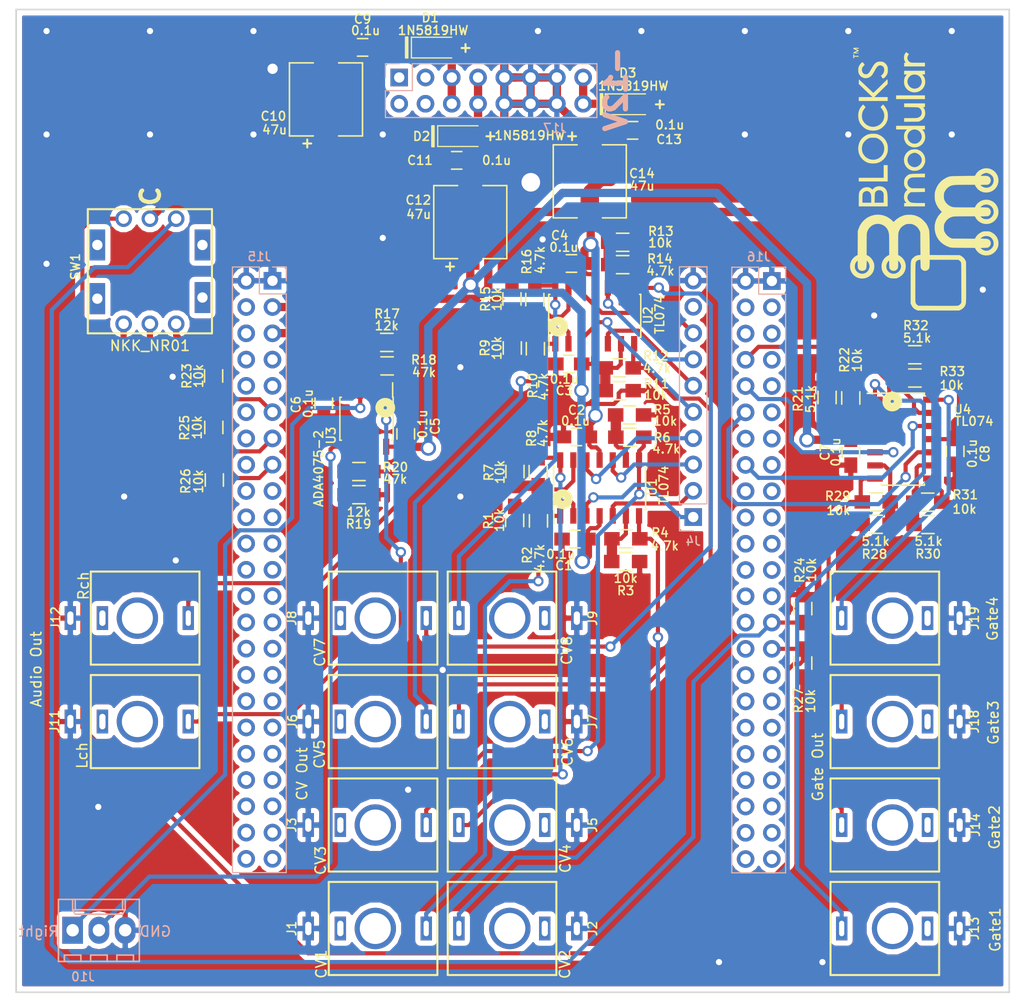
<source format=kicad_pcb>
(kicad_pcb (version 20171130) (host pcbnew "(5.0.0-rc2-dev-787-g2d812c2)")
  (layers (0 F.Cu signal) (31 B.Cu signal) (34 B.Paste user) (35 F.Paste user hide) (36 B.SilkS user) (37 F.SilkS user) (38 B.Mask user hide) (39 F.Mask user hide) (44 Edge.Cuts user))
  (net 0 "")
  (net 1 GND)
  (net 2 +12V)
  (net 3 +5V)
  (net 4 -12V)
  (net 5 "Net-(J4-Pad3)")
  (net 6 "Net-(J4-Pad1)")
  (net 7 "Net-(D1-Pad2)")
  (net 8 "Net-(D2-Pad2)")
  (net 9 "Net-(D3-Pad1)")
  (net 10 "Net-(J4-Pad2)")
  (net 11 "Net-(J4-Pad4)")
  (net 12 "Net-(J4-Pad5)")
  (net 13 "Net-(J4-Pad6)")
  (net 14 "Net-(J4-Pad7)")
  (net 15 "Net-(J4-Pad8)")
  (net 16 "Net-(J1-Pad3)")
  (net 17 "Net-(J2-Pad3)")
  (net 18 "Net-(J3-Pad3)")
  (net 19 "Net-(J5-Pad3)")
  (net 20 "Net-(J6-Pad3)")
  (net 21 "Net-(J7-Pad3)")
  (net 22 "Net-(J8-Pad3)")
  (net 23 "Net-(J9-Pad3)")
  (net 24 "Net-(J11-Pad3)")
  (net 25 "Net-(J15-Pad3)")
  (net 26 "Net-(R1-Pad1)")
  (net 27 "Net-(R3-Pad1)")
  (net 28 "Net-(R5-Pad1)")
  (net 29 "Net-(R7-Pad1)")
  (net 30 "Net-(R10-Pad2)")
  (net 31 "Net-(R11-Pad1)")
  (net 32 "Net-(R13-Pad1)")
  (net 33 "Net-(R15-Pad1)")
  (net 34 "Net-(R17-Pad1)")
  (net 35 "Net-(J19-Pad3)")
  (net 36 "Net-(J10-Pad1)")
  (net 37 "Net-(J10-Pad2)")
  (net 38 "Net-(J12-Pad3)")
  (net 39 "Net-(J13-Pad3)")
  (net 40 "Net-(J16-Pad12)")
  (net 41 "Net-(J16-Pad16)")
  (net 42 "Net-(J18-Pad3)")
  (net 43 "Net-(J14-Pad3)")
  (net 44 "Net-(J16-Pad8)")
  (net 45 "Net-(J16-Pad10)")
  (net 46 "Net-(J16-Pad27)")
  (net 47 "Net-(J16-Pad29)")
  (net 48 "Net-(R21-Pad1)")
  (net 49 "Net-(R30-Pad1)")
  (net 50 "Net-(R32-Pad1)")
  (net 51 "Net-(J15-Pad11)")
  (net 52 "Net-(J15-Pad13)")
  (net 53 "Net-(J15-Pad15)")
  (net 54 "Net-(R19-Pad1)")
  (net 55 "Net-(R28-Pad1)")
  (module AkiyukiFootprint:NR01 (layer F.Cu) (at 72.21 50.47 270)
    (fp_text reference SW1 (at -0.45 7.2 270) (layer F.SilkS) (effects (font (size 0.85 0.85))))
    (fp_text value NKK_NR01 (at 7.2 0) (layer F.SilkS))
    (fp_text user C (at -7.25 -0.07 270) (layer F.SilkS) (effects (font (size 1.8 1.8) (thickness 0.4))))
    (pad "" thru_hole rect (at -2.54 5.08 270) (size 3 1.5) (drill 1) (layers *.Cu *.Mask))
    (pad "" thru_hole rect (at 2.65 5.08 270) (size 3 1.5) (drill 1) (layers *.Cu *.Mask))
    (pad "" thru_hole rect (at 2.54 -5.08 270) (size 3 1.5) (drill 1) (layers *.Cu *.Mask))
    (pad "" thru_hole rect (at -2.54 -5.08 270) (size 3 1.5) (drill 1) (layers *.Cu *.Mask))
    (pad 1 thru_hole circle (at -5.08 -2.54 270) (size 1.6 1.6) (drill 1) (layers *.Cu *.Mask) (net 46 "Net-(J16-Pad27)"))
    (pad 3 thru_hole circle (at -5.08 0 270) (size 1.6 1.6) (drill 1) (layers *.Cu *.Mask) (net 25 "Net-(J15-Pad3)"))
    (pad 5 thru_hole circle (at -5.08 2.54 270) (size 1.6 1.6) (drill 1) (layers *.Cu *.Mask) (net 47 "Net-(J16-Pad29)"))
    (pad 6 thru_hole circle (at 5.08 2.54 270) (size 1.6 1.6) (drill 1) (layers *.Cu *.Mask) (net 53 "Net-(J15-Pad15)"))
    (pad 2 thru_hole circle (at 5.08 -2.54 270) (size 1.6 1.6) (drill 1) (layers *.Cu *.Mask) (net 51 "Net-(J15-Pad11)"))
    (pad 4 thru_hole circle (at 5.08 0 270) (size 1.6 1.6) (drill 1) (layers *.Cu *.Mask) (net 52 "Net-(J15-Pad13)"))
  )
  (module Resistors_SMD:R_0805_HandSoldering (layer F.Cu) (at 95.14 59.62 180)
    (fp_text reference R18 (at -3.55 0.58 180) (layer F.SilkS) (effects (font (size 0.85 0.85))))
    (fp_text value 47k (at -3.56 -0.63 180) (layer F.SilkS) (effects (font (size 0.85 0.85))))
    (pad 1 smd rect (at -1.35 0 180) (size 1.5 1.3) (layers F.Cu F.Paste F.Mask) (net 24 "Net-(J11-Pad3)"))
    (pad 2 smd rect (at 1.35 0 180) (size 1.5 1.3) (layers F.Cu F.Paste F.Mask) (net 34 "Net-(R17-Pad1)"))
  )
  (module Diodes_SMD:D_SOD-123 (layer F.Cu) (at 118.47 34.33)
    (fp_text reference D3 (at -0.07 -3.03) (layer F.SilkS) (effects (font (size 0.85 0.85))))
    (fp_text value 1N5819HW (at 0.46 -1.77) (layer F.SilkS) (effects (font (size 0.85 0.85))))
    (pad 1 smd rect (at -1.65 0) (size 0.9 1.2) (layers F.Cu F.Paste F.Mask) (net 9 "Net-(D3-Pad1)"))
    (pad 2 smd rect (at 1.65 0) (size 0.9 1.2) (layers F.Cu F.Paste F.Mask) (net 4 -12V))
  )
  (module Capacitors_SMD:C_0805_HandSoldering (layer F.Cu) (at 113.3 76.36)
    (fp_text reference C1 (at -1.07 2.56) (layer F.SilkS) (effects (font (size 0.85 0.85))))
    (fp_text value 0.1u (at -1.38 1.46) (layer F.SilkS) (effects (font (size 0.85 0.85))))
    (pad 1 smd rect (at -1.25 0) (size 1.5 1.25) (layers F.Cu F.Paste F.Mask) (net 1 GND))
    (pad 2 smd rect (at 1.25 0) (size 1.5 1.25) (layers F.Cu F.Paste F.Mask) (net 2 +12V))
  )
  (module Capacitors_SMD:C_0805_HandSoldering (layer F.Cu) (at 113.44 66.48)
    (fp_text reference C2 (at 0.02 -2.59) (layer F.SilkS) (effects (font (size 0.85 0.85))))
    (fp_text value 0.1u (at -0.09 -1.54) (layer F.SilkS) (effects (font (size 0.85 0.85))))
    (pad 1 smd rect (at -1.25 0) (size 1.5 1.25) (layers F.Cu F.Paste F.Mask) (net 1 GND))
    (pad 2 smd rect (at 1.25 0) (size 1.5 1.25) (layers F.Cu F.Paste F.Mask) (net 4 -12V))
  )
  (module Capacitors_SMD:C_0805_HandSoldering (layer F.Cu) (at 112.7 59.43)
    (fp_text reference C3 (at -0.43 2.58) (layer F.SilkS) (effects (font (size 0.85 0.85))))
    (fp_text value 0.1u (at -0.43 1.47) (layer F.SilkS) (effects (font (size 0.85 0.85))))
    (pad 1 smd rect (at -1.25 0) (size 1.5 1.25) (layers F.Cu F.Paste F.Mask) (net 1 GND))
    (pad 2 smd rect (at 1.25 0) (size 1.5 1.25) (layers F.Cu F.Paste F.Mask) (net 2 +12V))
  )
  (module Capacitors_SMD:C_0805_HandSoldering (layer F.Cu) (at 112.96 49.72)
    (fp_text reference C4 (at -1.14 -2.71) (layer F.SilkS) (effects (font (size 0.85 0.85))))
    (fp_text value 0.1u (at -0.74 -1.57) (layer F.SilkS) (effects (font (size 0.85 0.85))))
    (pad 1 smd rect (at -1.25 0) (size 1.5 1.25) (layers F.Cu F.Paste F.Mask) (net 1 GND))
    (pad 2 smd rect (at 1.25 0) (size 1.5 1.25) (layers F.Cu F.Paste F.Mask) (net 4 -12V))
  )
  (module Diodes_SMD:D_SOD-123 (layer F.Cu) (at 99.74 28.85)
    (fp_text reference D1 (at -0.43 -2.88) (layer F.SilkS) (effects (font (size 0.85 0.85))))
    (fp_text value 1N5819HW (at -0.15 -1.66) (layer F.SilkS) (effects (font (size 0.85 0.85))))
    (pad 1 smd rect (at -1.65 0) (size 0.9 1.2) (layers F.Cu F.Paste F.Mask) (net 3 +5V))
    (pad 2 smd rect (at 1.65 0) (size 0.9 1.2) (layers F.Cu F.Paste F.Mask) (net 7 "Net-(D1-Pad2)"))
  )
  (module Diodes_SMD:D_SOD-123 (layer F.Cu) (at 102.28 37.41)
    (fp_text reference D2 (at -3.81 0.02) (layer F.SilkS) (effects (font (size 0.85 0.85))))
    (fp_text value 1N5819HW (at 6.64 -0.06) (layer F.SilkS) (effects (font (size 0.85 0.85))))
    (pad 1 smd rect (at -1.65 0) (size 0.9 1.2) (layers F.Cu F.Paste F.Mask) (net 2 +12V))
    (pad 2 smd rect (at 1.65 0) (size 0.9 1.2) (layers F.Cu F.Paste F.Mask) (net 8 "Net-(D2-Pad2)"))
  )
  (module Resistors_SMD:R_0805_HandSoldering (layer F.Cu) (at 107.47 74.55 270)
    (fp_text reference R1 (at 0.04 2.53 270) (layer F.SilkS) (effects (font (size 0.85 0.85))))
    (fp_text value 10k (at -0.03 1.47 270) (layer F.SilkS) (effects (font (size 0.85 0.85))))
    (pad 1 smd rect (at -1.35 0 270) (size 1.5 1.3) (layers F.Cu F.Paste F.Mask) (net 26 "Net-(R1-Pad1)"))
    (pad 2 smd rect (at 1.35 0 270) (size 1.5 1.3) (layers F.Cu F.Paste F.Mask) (net 1 GND))
  )
  (module Resistors_SMD:R_0805_HandSoldering (layer F.Cu) (at 109.77 74.6 90)
    (fp_text reference R2 (at -3.31 -1.08 90) (layer F.SilkS) (effects (font (size 0.85 0.85))))
    (fp_text value 4.7k (at -3.59 0.13 90) (layer F.SilkS) (effects (font (size 0.85 0.85))))
    (pad 1 smd rect (at -1.35 0 90) (size 1.5 1.3) (layers F.Cu F.Paste F.Mask) (net 16 "Net-(J1-Pad3)"))
    (pad 2 smd rect (at 1.35 0 90) (size 1.5 1.3) (layers F.Cu F.Paste F.Mask) (net 26 "Net-(R1-Pad1)"))
  )
  (module Resistors_SMD:R_0805_HandSoldering (layer F.Cu) (at 118.2 78.53)
    (fp_text reference R3 (at 0 2.82) (layer F.SilkS) (effects (font (size 0.85 0.85))))
    (fp_text value 10k (at 0 1.62) (layer F.SilkS) (effects (font (size 0.85 0.85))))
    (pad 1 smd rect (at -1.35 0) (size 1.5 1.3) (layers F.Cu F.Paste F.Mask) (net 27 "Net-(R3-Pad1)"))
    (pad 2 smd rect (at 1.35 0) (size 1.5 1.3) (layers F.Cu F.Paste F.Mask) (net 1 GND))
  )
  (module Resistors_SMD:R_0805_HandSoldering (layer F.Cu) (at 118.22 76.33 180)
    (fp_text reference R4 (at -3.3 0.58 180) (layer F.SilkS) (effects (font (size 0.85 0.85))))
    (fp_text value 4.7k (at -3.75 -0.69 180) (layer F.SilkS) (effects (font (size 0.85 0.85))))
    (pad 1 smd rect (at -1.35 0 180) (size 1.5 1.3) (layers F.Cu F.Paste F.Mask) (net 17 "Net-(J2-Pad3)"))
    (pad 2 smd rect (at 1.35 0 180) (size 1.5 1.3) (layers F.Cu F.Paste F.Mask) (net 27 "Net-(R3-Pad1)"))
  )
  (module Resistors_SMD:R_0805_HandSoldering (layer F.Cu) (at 118.58 64.36)
    (fp_text reference R5 (at 3.14 -0.51) (layer F.SilkS) (effects (font (size 0.85 0.85))))
    (fp_text value 10k (at 3.44 0.59) (layer F.SilkS) (effects (font (size 0.85 0.85))))
    (pad 1 smd rect (at -1.35 0) (size 1.5 1.3) (layers F.Cu F.Paste F.Mask) (net 28 "Net-(R5-Pad1)"))
    (pad 2 smd rect (at 1.35 0) (size 1.5 1.3) (layers F.Cu F.Paste F.Mask) (net 1 GND))
  )
  (module Resistors_SMD:R_0805_HandSoldering (layer F.Cu) (at 118.6 66.51 180)
    (fp_text reference R6 (at -3.12 -0.04 180) (layer F.SilkS) (effects (font (size 0.85 0.85))))
    (fp_text value 4.7k (at -3.52 -1.14 180) (layer F.SilkS) (effects (font (size 0.85 0.85))))
    (pad 1 smd rect (at -1.35 0 180) (size 1.5 1.3) (layers F.Cu F.Paste F.Mask) (net 18 "Net-(J3-Pad3)"))
    (pad 2 smd rect (at 1.35 0 180) (size 1.5 1.3) (layers F.Cu F.Paste F.Mask) (net 28 "Net-(R5-Pad1)"))
  )
  (module Resistors_SMD:R_0805_HandSoldering (layer F.Cu) (at 107.5 69.83 90)
    (fp_text reference R7 (at -0.1 -2.52 90) (layer F.SilkS) (effects (font (size 0.85 0.85))))
    (fp_text value 10k (at -0.05 -1.45 90) (layer F.SilkS) (effects (font (size 0.85 0.85))))
    (pad 1 smd rect (at -1.35 0 90) (size 1.5 1.3) (layers F.Cu F.Paste F.Mask) (net 29 "Net-(R7-Pad1)"))
    (pad 2 smd rect (at 1.35 0 90) (size 1.5 1.3) (layers F.Cu F.Paste F.Mask) (net 1 GND))
  )
  (module Resistors_SMD:R_0805_HandSoldering (layer F.Cu) (at 109.74 69.85 270)
    (fp_text reference R8 (at -3.23 0.64 270) (layer F.SilkS) (effects (font (size 0.85 0.85))))
    (fp_text value 4.7k (at -3.73 -0.46 270) (layer F.SilkS) (effects (font (size 0.85 0.85))))
    (pad 1 smd rect (at -1.35 0 270) (size 1.5 1.3) (layers F.Cu F.Paste F.Mask) (net 19 "Net-(J5-Pad3)"))
    (pad 2 smd rect (at 1.35 0 270) (size 1.5 1.3) (layers F.Cu F.Paste F.Mask) (net 29 "Net-(R7-Pad1)"))
  )
  (module Resistors_SMD:R_0805_HandSoldering (layer F.Cu) (at 107.24 57.89 270)
    (fp_text reference R9 (at -0.01 2.63 270) (layer F.SilkS) (effects (font (size 0.85 0.85))))
    (fp_text value 10k (at 0.01 1.49 270) (layer F.SilkS) (effects (font (size 0.85 0.85))))
    (pad 1 smd rect (at -1.35 0 270) (size 1.5 1.3) (layers F.Cu F.Paste F.Mask) (net 30 "Net-(R10-Pad2)"))
    (pad 2 smd rect (at 1.35 0 270) (size 1.5 1.3) (layers F.Cu F.Paste F.Mask) (net 1 GND))
  )
  (module Resistors_SMD:R_0805_HandSoldering (layer F.Cu) (at 109.47 57.96 90)
    (fp_text reference R10 (at -3.56 -0.25 90) (layer F.SilkS) (effects (font (size 0.85 0.85))))
    (fp_text value 4.7k (at -3.66 0.79 90) (layer F.SilkS) (effects (font (size 0.85 0.85))))
    (pad 1 smd rect (at -1.35 0 90) (size 1.5 1.3) (layers F.Cu F.Paste F.Mask) (net 20 "Net-(J6-Pad3)"))
    (pad 2 smd rect (at 1.35 0 90) (size 1.5 1.3) (layers F.Cu F.Paste F.Mask) (net 30 "Net-(R10-Pad2)"))
  )
  (module Resistors_SMD:R_0805_HandSoldering (layer F.Cu) (at 117.58 62.01)
    (fp_text reference R11 (at 3.59 -0.66) (layer F.SilkS) (effects (font (size 0.85 0.85))))
    (fp_text value 10k (at 3.54 0.44) (layer F.SilkS) (effects (font (size 0.85 0.85))))
    (pad 1 smd rect (at -1.35 0) (size 1.5 1.3) (layers F.Cu F.Paste F.Mask) (net 31 "Net-(R11-Pad1)"))
    (pad 2 smd rect (at 1.35 0) (size 1.5 1.3) (layers F.Cu F.Paste F.Mask) (net 1 GND))
  )
  (module Resistors_SMD:R_0805_HandSoldering (layer F.Cu) (at 117.58 59.81 180)
    (fp_text reference R12 (at -3.54 1.16 180) (layer F.SilkS) (effects (font (size 0.85 0.85))))
    (fp_text value 4.7k (at -3.64 -0.04 180) (layer F.SilkS) (effects (font (size 0.85 0.85))))
    (pad 1 smd rect (at -1.35 0 180) (size 1.5 1.3) (layers F.Cu F.Paste F.Mask) (net 21 "Net-(J7-Pad3)"))
    (pad 2 smd rect (at 1.35 0 180) (size 1.5 1.3) (layers F.Cu F.Paste F.Mask) (net 31 "Net-(R11-Pad1)"))
  )
  (module Resistors_SMD:R_0805_HandSoldering (layer F.Cu) (at 117.91 47.67)
    (fp_text reference R13 (at 3.69 -1.06) (layer F.SilkS) (effects (font (size 0.85 0.85))))
    (fp_text value 10k (at 3.63 0.06) (layer F.SilkS) (effects (font (size 0.85 0.85))))
    (pad 1 smd rect (at -1.35 0) (size 1.5 1.3) (layers F.Cu F.Paste F.Mask) (net 32 "Net-(R13-Pad1)"))
    (pad 2 smd rect (at 1.35 0) (size 1.5 1.3) (layers F.Cu F.Paste F.Mask) (net 1 GND))
  )
  (module Resistors_SMD:R_0805_HandSoldering (layer F.Cu) (at 117.91 49.83 180)
    (fp_text reference R14 (at -3.6 0.56 180) (layer F.SilkS) (effects (font (size 0.85 0.85))))
    (fp_text value 4.7k (at -3.64 -0.61 180) (layer F.SilkS) (effects (font (size 0.85 0.85))))
    (pad 1 smd rect (at -1.35 0 180) (size 1.5 1.3) (layers F.Cu F.Paste F.Mask) (net 22 "Net-(J8-Pad3)"))
    (pad 2 smd rect (at 1.35 0 180) (size 1.5 1.3) (layers F.Cu F.Paste F.Mask) (net 32 "Net-(R13-Pad1)"))
  )
  (module Resistors_SMD:R_0805_HandSoldering (layer F.Cu) (at 107.21 53.15 90)
    (fp_text reference R15 (at 0 -2.56 90) (layer F.SilkS) (effects (font (size 0.85 0.85))))
    (fp_text value 10k (at -0.01 -1.45 90) (layer F.SilkS) (effects (font (size 0.85 0.85))))
    (pad 1 smd rect (at -1.35 0 90) (size 1.5 1.3) (layers F.Cu F.Paste F.Mask) (net 33 "Net-(R15-Pad1)"))
    (pad 2 smd rect (at 1.35 0 90) (size 1.5 1.3) (layers F.Cu F.Paste F.Mask) (net 1 GND))
  )
  (module Resistors_SMD:R_0805_HandSoldering (layer F.Cu) (at 109.42 53.21 270)
    (fp_text reference R16 (at -3.67 0.78 270) (layer F.SilkS) (effects (font (size 0.85 0.85))))
    (fp_text value 4.7k (at -3.82 -0.51 270) (layer F.SilkS) (effects (font (size 0.85 0.85))))
    (pad 1 smd rect (at -1.35 0 270) (size 1.5 1.3) (layers F.Cu F.Paste F.Mask) (net 23 "Net-(J9-Pad3)"))
    (pad 2 smd rect (at 1.35 0 270) (size 1.5 1.3) (layers F.Cu F.Paste F.Mask) (net 33 "Net-(R15-Pad1)"))
  )
  (module Resistors_SMD:R_0805_HandSoldering (layer F.Cu) (at 95.11 57.35)
    (fp_text reference R17 (at 0.02 -2.76) (layer F.SilkS) (effects (font (size 0.85 0.85))))
    (fp_text value 12k (at -0.01 -1.61) (layer F.SilkS) (effects (font (size 0.85 0.85))))
    (pad 1 smd rect (at -1.35 0) (size 1.5 1.3) (layers F.Cu F.Paste F.Mask) (net 34 "Net-(R17-Pad1)"))
    (pad 2 smd rect (at 1.35 0) (size 1.5 1.3) (layers F.Cu F.Paste F.Mask) (net 1 GND))
  )
  (module Resistors_SMD:R_0805_HandSoldering (layer F.Cu) (at 92.42 69.83 180)
    (fp_text reference R20 (at -3.51 0.42 180) (layer F.SilkS) (effects (font (size 0.85 0.85))))
    (fp_text value 47k (at -3.5 -0.74 180) (layer F.SilkS) (effects (font (size 0.85 0.85))))
    (pad 1 smd rect (at -1.35 0 180) (size 1.5 1.3) (layers F.Cu F.Paste F.Mask) (net 38 "Net-(J12-Pad3)"))
    (pad 2 smd rect (at 1.35 0 180) (size 1.5 1.3) (layers F.Cu F.Paste F.Mask) (net 54 "Net-(R19-Pad1)"))
  )
  (module Resistors_SMD:R_0805_HandSoldering (layer F.Cu) (at 92.42 72.07)
    (fp_text reference R19 (at -0.04 2.83) (layer F.SilkS) (effects (font (size 0.85 0.85))))
    (fp_text value 12k (at -0.02 1.68) (layer F.SilkS) (effects (font (size 0.85 0.85))))
    (pad 1 smd rect (at -1.35 0) (size 1.5 1.3) (layers F.Cu F.Paste F.Mask) (net 54 "Net-(R19-Pad1)"))
    (pad 2 smd rect (at 1.35 0) (size 1.5 1.3) (layers F.Cu F.Paste F.Mask) (net 1 GND))
  )
  (module Capacitors_SMD:C_0805_HandSoldering (layer F.Cu) (at 96.94 66.19 270)
    (fp_text reference C5 (at -0.74 -2.85 270) (layer F.SilkS) (effects (font (size 0.85 0.85))))
    (fp_text value 0.1u (at -0.94 -1.63 270) (layer F.SilkS) (effects (font (size 0.85 0.85))))
    (pad 1 smd rect (at -1.25 0 270) (size 1.5 1.25) (layers F.Cu F.Paste F.Mask) (net 1 GND))
    (pad 2 smd rect (at 1.25 0 270) (size 1.5 1.25) (layers F.Cu F.Paste F.Mask) (net 2 +12V))
  )
  (module Capacitors_SMD:C_0805_HandSoldering (layer F.Cu) (at 89.02 63.22 90)
    (fp_text reference C6 (at -0.14 -2.69 90) (layer F.SilkS) (effects (font (size 0.85 0.85))))
    (fp_text value 0.1u (at -0.04 -1.51 90) (layer F.SilkS) (effects (font (size 0.85 0.85))))
    (pad 1 smd rect (at -1.25 0 90) (size 1.5 1.25) (layers F.Cu F.Paste F.Mask) (net 1 GND))
    (pad 2 smd rect (at 1.25 0 90) (size 1.5 1.25) (layers F.Cu F.Paste F.Mask) (net 4 -12V))
  )
  (module Capacitors_SMD:C_0805_HandSoldering (layer F.Cu) (at 92.77 28.83 180)
    (fp_text reference C9 (at 0 2.73 180) (layer F.SilkS) (effects (font (size 0.85 0.85))))
    (fp_text value 0.1u (at -0.29 1.63 180) (layer F.SilkS) (effects (font (size 0.85 0.85))))
    (pad 1 smd rect (at -1.25 0 180) (size 1.5 1.25) (layers F.Cu F.Paste F.Mask) (net 3 +5V))
    (pad 2 smd rect (at 1.25 0 180) (size 1.5 1.25) (layers F.Cu F.Paste F.Mask) (net 1 GND))
  )
  (module Capacitors_SMD:C_0805_HandSoldering (layer F.Cu) (at 101.87 39.75)
    (fp_text reference C11 (at -3.55 0) (layer F.SilkS) (effects (font (size 0.85 0.85))))
    (fp_text value 0.1u (at 3.85 0) (layer F.SilkS) (effects (font (size 0.85 0.85))))
    (pad 1 smd rect (at -1.25 0) (size 1.5 1.25) (layers F.Cu F.Paste F.Mask) (net 2 +12V))
    (pad 2 smd rect (at 1.25 0) (size 1.5 1.25) (layers F.Cu F.Paste F.Mask) (net 1 GND))
  )
  (module Capacitors_SMD:C_0805_HandSoldering (layer F.Cu) (at 118.87 36.85 180)
    (fp_text reference C13 (at -3.53 -0.88 180) (layer F.SilkS) (effects (font (size 0.85 0.85))))
    (fp_text value 0.1u (at -3.59 0.53 180) (layer F.SilkS) (effects (font (size 0.85 0.85))))
    (pad 1 smd rect (at -1.25 0 180) (size 1.5 1.25) (layers F.Cu F.Paste F.Mask) (net 4 -12V))
    (pad 2 smd rect (at 1.25 0 180) (size 1.5 1.25) (layers F.Cu F.Paste F.Mask) (net 1 GND))
  )
  (module AkiyukiFootprint:THONKICONN (layer F.Cu) (at 94 114 270)
    (fp_text reference J1 (at 0 8.08 270) (layer F.SilkS) (effects (font (size 0.85 0.85))))
    (fp_text value THONKICONN)
    (pad 3 thru_hole rect (at 0 -4.92 270) (size 2.3 1.1) (drill oval 1.5 0.5) (layers *.Cu *.Mask) (net 16 "Net-(J1-Pad3)"))
    (pad 2 thru_hole rect (at 0 3.38 270) (size 2.3 1.1) (drill oval 1.5 0.6) (layers *.Cu *.Mask))
    (pad 1 thru_hole rect (at 0 6.48 270) (size 2.3 1.1) (drill oval 1.3 0.6) (layers *.Cu *.Mask) (net 1 GND))
    (pad "" np_thru_hole circle (at 0 0 270) (size 4 4) (drill 3) (layers *.Cu *.Mask))
  )
  (module AkiyukiFootprint:THONKICONN (layer F.Cu) (at 107 114 90)
    (fp_text reference J2 (at 0 8 270) (layer F.SilkS) (effects (font (size 0.85 0.85))))
    (fp_text value THONKICONN)
    (pad 3 thru_hole rect (at 0 -4.92 90) (size 2.3 1.1) (drill oval 1.5 0.5) (layers *.Cu *.Mask) (net 17 "Net-(J2-Pad3)"))
    (pad 2 thru_hole rect (at 0 3.38 90) (size 2.3 1.1) (drill oval 1.5 0.6) (layers *.Cu *.Mask))
    (pad 1 thru_hole rect (at 0 6.48 90) (size 2.3 1.1) (drill oval 1.3 0.6) (layers *.Cu *.Mask) (net 1 GND))
    (pad "" np_thru_hole circle (at 0 0 90) (size 4 4) (drill 3) (layers *.Cu *.Mask))
  )
  (module AkiyukiFootprint:THONKICONN (layer F.Cu) (at 94 104 270)
    (fp_text reference J3 (at 0 8.08 270) (layer F.SilkS) (effects (font (size 0.85 0.85))))
    (fp_text value THONKICONN)
    (pad 3 thru_hole rect (at 0 -4.92 270) (size 2.3 1.1) (drill oval 1.5 0.5) (layers *.Cu *.Mask) (net 18 "Net-(J3-Pad3)"))
    (pad 2 thru_hole rect (at 0 3.38 270) (size 2.3 1.1) (drill oval 1.5 0.6) (layers *.Cu *.Mask))
    (pad 1 thru_hole rect (at 0 6.48 270) (size 2.3 1.1) (drill oval 1.3 0.6) (layers *.Cu *.Mask) (net 1 GND))
    (pad "" np_thru_hole circle (at 0 0 270) (size 4 4) (drill 3) (layers *.Cu *.Mask))
  )
  (module AkiyukiFootprint:THONKICONN (layer F.Cu) (at 107 104 90)
    (fp_text reference J5 (at 0 8 90) (layer F.SilkS) (effects (font (size 0.85 0.85))))
    (fp_text value THONKICONN)
    (pad 3 thru_hole rect (at 0 -4.92 90) (size 2.3 1.1) (drill oval 1.5 0.5) (layers *.Cu *.Mask) (net 19 "Net-(J5-Pad3)"))
    (pad 2 thru_hole rect (at 0 3.38 90) (size 2.3 1.1) (drill oval 1.5 0.6) (layers *.Cu *.Mask))
    (pad 1 thru_hole rect (at 0 6.48 90) (size 2.3 1.1) (drill oval 1.3 0.6) (layers *.Cu *.Mask) (net 1 GND))
    (pad "" np_thru_hole circle (at 0 0 90) (size 4 4) (drill 3) (layers *.Cu *.Mask))
  )
  (module AkiyukiFootprint:THONKICONN (layer F.Cu) (at 94 94 270)
    (fp_text reference J6 (at 0 8 90) (layer F.SilkS) (effects (font (size 0.85 0.85))))
    (fp_text value THONKICONN)
    (pad 3 thru_hole rect (at 0 -4.92 270) (size 2.3 1.1) (drill oval 1.5 0.5) (layers *.Cu *.Mask) (net 20 "Net-(J6-Pad3)"))
    (pad 2 thru_hole rect (at 0 3.38 270) (size 2.3 1.1) (drill oval 1.5 0.6) (layers *.Cu *.Mask))
    (pad 1 thru_hole rect (at 0 6.48 270) (size 2.3 1.1) (drill oval 1.3 0.6) (layers *.Cu *.Mask) (net 1 GND))
    (pad "" np_thru_hole circle (at 0 0 270) (size 4 4) (drill 3) (layers *.Cu *.Mask))
  )
  (module AkiyukiFootprint:THONKICONN (layer F.Cu) (at 107 94 90)
    (fp_text reference J7 (at 0 8 90) (layer F.SilkS) (effects (font (size 0.85 0.85))))
    (fp_text value THONKICONN)
    (pad 3 thru_hole rect (at 0 -4.92 90) (size 2.3 1.1) (drill oval 1.5 0.5) (layers *.Cu *.Mask) (net 21 "Net-(J7-Pad3)"))
    (pad 2 thru_hole rect (at 0 3.38 90) (size 2.3 1.1) (drill oval 1.5 0.6) (layers *.Cu *.Mask))
    (pad 1 thru_hole rect (at 0 6.48 90) (size 2.3 1.1) (drill oval 1.3 0.6) (layers *.Cu *.Mask) (net 1 GND))
    (pad "" np_thru_hole circle (at 0 0 90) (size 4 4) (drill 3) (layers *.Cu *.Mask))
  )
  (module AkiyukiFootprint:THONKICONN (layer F.Cu) (at 94 84 270)
    (fp_text reference J8 (at 0 8.08 270) (layer F.SilkS) (effects (font (size 0.85 0.85))))
    (fp_text value THONKICONN)
    (pad 3 thru_hole rect (at 0 -4.92 270) (size 2.3 1.1) (drill oval 1.5 0.5) (layers *.Cu *.Mask) (net 22 "Net-(J8-Pad3)"))
    (pad 2 thru_hole rect (at 0 3.38 270) (size 2.3 1.1) (drill oval 1.5 0.6) (layers *.Cu *.Mask))
    (pad 1 thru_hole rect (at 0 6.48 270) (size 2.3 1.1) (drill oval 1.3 0.6) (layers *.Cu *.Mask) (net 1 GND))
    (pad "" np_thru_hole circle (at 0 0 270) (size 4 4) (drill 3) (layers *.Cu *.Mask))
  )
  (module AkiyukiFootprint:THONKICONN (layer F.Cu) (at 107 84 90)
    (fp_text reference J9 (at 0 8 270) (layer F.SilkS) (effects (font (size 0.85 0.85))))
    (fp_text value THONKICONN)
    (pad 3 thru_hole rect (at 0 -4.92 90) (size 2.3 1.1) (drill oval 1.5 0.5) (layers *.Cu *.Mask) (net 23 "Net-(J9-Pad3)"))
    (pad 2 thru_hole rect (at 0 3.38 90) (size 2.3 1.1) (drill oval 1.5 0.6) (layers *.Cu *.Mask))
    (pad 1 thru_hole rect (at 0 6.48 90) (size 2.3 1.1) (drill oval 1.3 0.6) (layers *.Cu *.Mask) (net 1 GND))
    (pad "" np_thru_hole circle (at 0 0 90) (size 4 4) (drill 3) (layers *.Cu *.Mask))
  )
  (module AkiyukiFootprint:THONKICONN (layer F.Cu) (at 71 94 270)
    (fp_text reference J11 (at 0 8 90) (layer F.SilkS) (effects (font (size 0.85 0.85))))
    (fp_text value THONKICONN)
    (pad 3 thru_hole rect (at 0 -4.92 270) (size 2.3 1.1) (drill oval 1.5 0.5) (layers *.Cu *.Mask) (net 24 "Net-(J11-Pad3)"))
    (pad 2 thru_hole rect (at 0 3.38 270) (size 2.3 1.1) (drill oval 1.5 0.6) (layers *.Cu *.Mask))
    (pad 1 thru_hole rect (at 0 6.48 270) (size 2.3 1.1) (drill oval 1.3 0.6) (layers *.Cu *.Mask) (net 1 GND))
    (pad "" np_thru_hole circle (at 0 0 270) (size 4 4) (drill 3) (layers *.Cu *.Mask))
  )
  (module AkiyukiFootprint:THONKICONN (layer F.Cu) (at 144 104 90)
    (fp_text reference J14 (at 0 8 90) (layer F.SilkS) (effects (font (size 0.85 0.85))))
    (fp_text value THONKICONN)
    (pad 3 thru_hole rect (at 0 -4.92 90) (size 2.3 1.1) (drill oval 1.5 0.5) (layers *.Cu *.Mask) (net 43 "Net-(J14-Pad3)"))
    (pad 2 thru_hole rect (at 0 3.38 90) (size 2.3 1.1) (drill oval 1.5 0.6) (layers *.Cu *.Mask))
    (pad 1 thru_hole rect (at 0 6.48 90) (size 2.3 1.1) (drill oval 1.3 0.6) (layers *.Cu *.Mask) (net 1 GND))
    (pad "" np_thru_hole circle (at 0 0 90) (size 4 4) (drill 3) (layers *.Cu *.Mask))
  )
  (module Resistors_SMD:R_0805_HandSoldering (layer F.Cu) (at 137.67 62.67 90)
    (fp_text reference R21 (at -0.15 -2.8 90) (layer F.SilkS) (effects (font (size 0.85 0.85))))
    (fp_text value 5.1k (at -0.15 -1.6 90) (layer F.SilkS) (effects (font (size 0.85 0.85))))
    (pad 1 smd rect (at -1.35 0 90) (size 1.5 1.3) (layers F.Cu F.Paste F.Mask) (net 48 "Net-(R21-Pad1)"))
    (pad 2 smd rect (at 1.35 0 90) (size 1.5 1.3) (layers F.Cu F.Paste F.Mask) (net 1 GND))
  )
  (module Resistors_SMD:R_0805_HandSoldering (layer F.Cu) (at 139.96 62.72 270)
    (fp_text reference R22 (at -3.68 0.6 270) (layer F.SilkS) (effects (font (size 0.85 0.85))))
    (fp_text value 10k (at -3.65 -0.62 270) (layer F.SilkS) (effects (font (size 0.85 0.85))))
    (pad 1 smd rect (at -1.35 0 270) (size 1.5 1.3) (layers F.Cu F.Paste F.Mask) (net 39 "Net-(J13-Pad3)"))
    (pad 2 smd rect (at 1.35 0 270) (size 1.5 1.3) (layers F.Cu F.Paste F.Mask) (net 48 "Net-(R21-Pad1)"))
  )
  (module Resistors_SMD:R_0805_HandSoldering (layer F.Cu) (at 135.32 83.08 90)
    (fp_text reference R24 (at 3.71 -0.29 90) (layer F.SilkS) (effects (font (size 0.85 0.85))))
    (fp_text value 10k (at 3.76 0.84 90) (layer F.SilkS) (effects (font (size 0.85 0.85))))
    (pad 1 smd rect (at -1.35 0 90) (size 1.5 1.3) (layers F.Cu F.Paste F.Mask) (net 46 "Net-(J16-Pad27)"))
    (pad 2 smd rect (at 1.35 0 90) (size 1.5 1.3) (layers F.Cu F.Paste F.Mask) (net 1 GND))
  )
  (module Capacitors_SMD:C_0805_HandSoldering (layer F.Cu) (at 139.96 67.96 90)
    (fp_text reference C7 (at 0.01 -2.49 90) (layer F.SilkS) (effects (font (size 0.85 0.85))))
    (fp_text value 0.1u (at 0.01 -1.45 90) (layer F.SilkS) (effects (font (size 0.85 0.85))))
    (pad 1 smd rect (at -1.25 0 90) (size 1.5 1.25) (layers F.Cu F.Paste F.Mask) (net 1 GND))
    (pad 2 smd rect (at 1.25 0 90) (size 1.5 1.25) (layers F.Cu F.Paste F.Mask) (net 2 +12V))
  )
  (module Capacitors_SMD:C_0805_HandSoldering (layer F.Cu) (at 150.05 67.88 90)
    (fp_text reference C8 (at -0.24 2.88 90) (layer F.SilkS) (effects (font (size 0.85 0.85))))
    (fp_text value 0.1u (at -0.21 1.65 90) (layer F.SilkS) (effects (font (size 0.85 0.85))))
    (pad 1 smd rect (at -1.25 0 90) (size 1.5 1.25) (layers F.Cu F.Paste F.Mask) (net 1 GND))
    (pad 2 smd rect (at 1.25 0 90) (size 1.5 1.25) (layers F.Cu F.Paste F.Mask) (net 4 -12V))
  )
  (module Pin_Headers:Pin_Header_Straight_1x10_Pitch2.54mm (layer B.Cu) (at 124.73 74.23)
    (fp_text reference J4 (at 0 2.33) (layer B.SilkS) (effects (font (size 0.85 0.85)) (justify mirror)))
    (fp_text value Bela_AnalogOut)
    (pad 1 thru_hole rect (at 0 0) (size 1.7 1.7) (drill 1) (layers *.Cu *.Mask) (net 6 "Net-(J4-Pad1)"))
    (pad 2 thru_hole oval (at 0 -2.54) (size 1.7 1.7) (drill 1) (layers *.Cu *.Mask) (net 10 "Net-(J4-Pad2)"))
    (pad 3 thru_hole oval (at 0 -5.08) (size 1.7 1.7) (drill 1) (layers *.Cu *.Mask) (net 5 "Net-(J4-Pad3)"))
    (pad 4 thru_hole oval (at 0 -7.62) (size 1.7 1.7) (drill 1) (layers *.Cu *.Mask) (net 11 "Net-(J4-Pad4)"))
    (pad 5 thru_hole oval (at 0 -10.16) (size 1.7 1.7) (drill 1) (layers *.Cu *.Mask) (net 12 "Net-(J4-Pad5)"))
    (pad 6 thru_hole oval (at 0 -12.7) (size 1.7 1.7) (drill 1) (layers *.Cu *.Mask) (net 13 "Net-(J4-Pad6)"))
    (pad 7 thru_hole oval (at 0 -15.24) (size 1.7 1.7) (drill 1) (layers *.Cu *.Mask) (net 14 "Net-(J4-Pad7)"))
    (pad 8 thru_hole oval (at 0 -17.78) (size 1.7 1.7) (drill 1) (layers *.Cu *.Mask) (net 15 "Net-(J4-Pad8)"))
    (pad 9 thru_hole oval (at 0 -20.32) (size 1.7 1.7) (drill 1) (layers *.Cu *.Mask))
    (pad 10 thru_hole oval (at 0 -22.86) (size 1.7 1.7) (drill 1) (layers *.Cu *.Mask) (net 1 GND))
  )
  (module AkiyukiFootprint:THONKICONN (layer F.Cu) (at 144 84 90)
    (fp_text reference J19 (at 0 7.9 90) (layer F.SilkS) (effects (font (size 0.85 0.85))))
    (fp_text value THONKICONN)
    (pad 3 thru_hole rect (at 0 -4.92 90) (size 2.3 1.1) (drill oval 1.5 0.5) (layers *.Cu *.Mask) (net 35 "Net-(J19-Pad3)"))
    (pad 2 thru_hole rect (at 0 3.38 90) (size 2.3 1.1) (drill oval 1.5 0.6) (layers *.Cu *.Mask))
    (pad 1 thru_hole rect (at 0 6.48 90) (size 2.3 1.1) (drill oval 1.3 0.6) (layers *.Cu *.Mask) (net 1 GND))
    (pad "" np_thru_hole circle (at 0 0 90) (size 4 4) (drill 3) (layers *.Cu *.Mask))
  )
  (module Resistors_SMD:R_0805_HandSoldering (layer F.Cu) (at 78.37 60.59 270)
    (fp_text reference R23 (at 0.01 2.59 270) (layer F.SilkS) (effects (font (size 0.85 0.85))))
    (fp_text value 10k (at 0.01 1.45 270) (layer F.SilkS) (effects (font (size 0.85 0.85))))
    (pad 1 smd rect (at -1.35 0 270) (size 1.5 1.3) (layers F.Cu F.Paste F.Mask) (net 1 GND))
    (pad 2 smd rect (at 1.35 0 270) (size 1.5 1.3) (layers F.Cu F.Paste F.Mask) (net 51 "Net-(J15-Pad11)"))
  )
  (module Resistors_SMD:R_0805_HandSoldering (layer F.Cu) (at 135.32 88.34 90)
    (fp_text reference R27 (at -3.62 -0.44 90) (layer F.SilkS) (effects (font (size 0.85 0.85))))
    (fp_text value 10k (at -3.68 0.75 90) (layer F.SilkS) (effects (font (size 0.85 0.85))))
    (pad 1 smd rect (at -1.35 0 90) (size 1.5 1.3) (layers F.Cu F.Paste F.Mask) (net 1 GND))
    (pad 2 smd rect (at 1.35 0 90) (size 1.5 1.3) (layers F.Cu F.Paste F.Mask) (net 47 "Net-(J16-Pad29)"))
  )
  (module Resistors_SMD:R_0805_HandSoldering (layer F.Cu) (at 142.41 74.93 180)
    (fp_text reference R28 (at 0.16 -2.89 180) (layer F.SilkS) (effects (font (size 0.85 0.85))))
    (fp_text value 5.1k (at 0.05 -1.64 180) (layer F.SilkS) (effects (font (size 0.85 0.85))))
    (pad 1 smd rect (at -1.35 0 180) (size 1.5 1.3) (layers F.Cu F.Paste F.Mask) (net 55 "Net-(R28-Pad1)"))
    (pad 2 smd rect (at 1.35 0 180) (size 1.5 1.3) (layers F.Cu F.Paste F.Mask) (net 1 GND))
  )
  (module Resistors_SMD:R_0805_HandSoldering (layer F.Cu) (at 78.39 65.57 270)
    (fp_text reference R25 (at 0.03 2.83 270) (layer F.SilkS) (effects (font (size 0.85 0.85))))
    (fp_text value 10k (at 0 1.61 270) (layer F.SilkS) (effects (font (size 0.85 0.85))))
    (pad 1 smd rect (at -1.35 0 270) (size 1.5 1.3) (layers F.Cu F.Paste F.Mask) (net 1 GND))
    (pad 2 smd rect (at 1.35 0 270) (size 1.5 1.3) (layers F.Cu F.Paste F.Mask) (net 52 "Net-(J15-Pad13)"))
  )
  (module Resistors_SMD:R_0805_HandSoldering (layer F.Cu) (at 78.44 70.65 90)
    (fp_text reference R26 (at -0.11 -2.77 90) (layer F.SilkS) (effects (font (size 0.85 0.85))))
    (fp_text value 10k (at -0.14 -1.53 90) (layer F.SilkS) (effects (font (size 0.85 0.85))))
    (pad 1 smd rect (at -1.35 0 90) (size 1.5 1.3) (layers F.Cu F.Paste F.Mask) (net 1 GND))
    (pad 2 smd rect (at 1.35 0 90) (size 1.5 1.3) (layers F.Cu F.Paste F.Mask) (net 53 "Net-(J15-Pad15)"))
  )
  (module Resistors_SMD:R_0805_HandSoldering (layer F.Cu) (at 142.42 72.77)
    (fp_text reference R29 (at -3.72 -0.56) (layer F.SilkS) (effects (font (size 0.85 0.85))))
    (fp_text value 10k (at -3.66 0.82) (layer F.SilkS) (effects (font (size 0.85 0.85))))
    (pad 1 smd rect (at -1.35 0) (size 1.5 1.3) (layers F.Cu F.Paste F.Mask) (net 43 "Net-(J14-Pad3)"))
    (pad 2 smd rect (at 1.35 0) (size 1.5 1.3) (layers F.Cu F.Paste F.Mask) (net 55 "Net-(R28-Pad1)"))
  )
  (module Resistors_SMD:R_0805_HandSoldering (layer F.Cu) (at 147.42 74.95)
    (fp_text reference R30 (at 0.02 2.85) (layer F.SilkS) (effects (font (size 0.85 0.85))))
    (fp_text value 5.1k (at 0.06 1.62) (layer F.SilkS) (effects (font (size 0.85 0.85))))
    (pad 1 smd rect (at -1.35 0) (size 1.5 1.3) (layers F.Cu F.Paste F.Mask) (net 49 "Net-(R30-Pad1)"))
    (pad 2 smd rect (at 1.35 0) (size 1.5 1.3) (layers F.Cu F.Paste F.Mask) (net 1 GND))
  )
  (module Resistors_SMD:R_0805_HandSoldering (layer F.Cu) (at 147.4 72.79 180)
    (fp_text reference R31 (at -3.63 0.71 180) (layer F.SilkS) (effects (font (size 0.85 0.85))))
    (fp_text value 10k (at -3.55 -0.68 180) (layer F.SilkS) (effects (font (size 0.85 0.85))))
    (pad 1 smd rect (at -1.35 0 180) (size 1.5 1.3) (layers F.Cu F.Paste F.Mask) (net 42 "Net-(J18-Pad3)"))
    (pad 2 smd rect (at 1.35 0 180) (size 1.5 1.3) (layers F.Cu F.Paste F.Mask) (net 49 "Net-(R30-Pad1)"))
  )
  (module Resistors_SMD:R_0805_HandSoldering (layer F.Cu) (at 146.15 58.54)
    (fp_text reference R32 (at 0.1 -2.82) (layer F.SilkS) (effects (font (size 0.85 0.85))))
    (fp_text value 5.1k (at 0.22 -1.62) (layer F.SilkS) (effects (font (size 0.85 0.85))))
    (pad 1 smd rect (at -1.35 0) (size 1.5 1.3) (layers F.Cu F.Paste F.Mask) (net 50 "Net-(R32-Pad1)"))
    (pad 2 smd rect (at 1.35 0) (size 1.5 1.3) (layers F.Cu F.Paste F.Mask) (net 1 GND))
  )
  (module Resistors_SMD:R_0805_HandSoldering (layer F.Cu) (at 146.16 60.79 180)
    (fp_text reference R33 (at -3.61 0.63 180) (layer F.SilkS) (effects (font (size 0.85 0.85))))
    (fp_text value 10k (at -3.55 -0.7 180) (layer F.SilkS) (effects (font (size 0.85 0.85))))
    (pad 1 smd rect (at -1.35 0 180) (size 1.5 1.3) (layers F.Cu F.Paste F.Mask) (net 35 "Net-(J19-Pad3)"))
    (pad 2 smd rect (at 1.35 0 180) (size 1.5 1.3) (layers F.Cu F.Paste F.Mask) (net 50 "Net-(R32-Pad1)"))
  )
  (module AkiyukiFootprint:THONKICONN (layer F.Cu) (at 71 84 270)
    (fp_text reference J12 (at 0 7.9 270) (layer F.SilkS) (effects (font (size 0.85 0.85))))
    (fp_text value THONKICONN)
    (pad 3 thru_hole rect (at 0 -4.92 270) (size 2.3 1.1) (drill oval 1.5 0.5) (layers *.Cu *.Mask) (net 38 "Net-(J12-Pad3)"))
    (pad 2 thru_hole rect (at 0 3.38 270) (size 2.3 1.1) (drill oval 1.5 0.6) (layers *.Cu *.Mask))
    (pad 1 thru_hole rect (at 0 6.48 270) (size 2.3 1.1) (drill oval 1.3 0.6) (layers *.Cu *.Mask) (net 1 GND))
    (pad "" np_thru_hole circle (at 0 0 270) (size 4 4) (drill 3) (layers *.Cu *.Mask))
  )
  (module AkiyukiFootprint:THONKICONN (layer F.Cu) (at 144 114 90)
    (fp_text reference J13 (at 0 7.9 90) (layer F.SilkS) (effects (font (size 0.85 0.85))))
    (fp_text value THONKICONN)
    (pad 3 thru_hole rect (at 0 -4.92 90) (size 2.3 1.1) (drill oval 1.5 0.5) (layers *.Cu *.Mask) (net 39 "Net-(J13-Pad3)"))
    (pad 2 thru_hole rect (at 0 3.38 90) (size 2.3 1.1) (drill oval 1.5 0.6) (layers *.Cu *.Mask))
    (pad 1 thru_hole rect (at 0 6.48 90) (size 2.3 1.1) (drill oval 1.3 0.6) (layers *.Cu *.Mask) (net 1 GND))
    (pad "" np_thru_hole circle (at 0 0 90) (size 4 4) (drill 3) (layers *.Cu *.Mask))
  )
  (module Pin_Headers:Pin_Header_Straight_2x08_Pitch2.54mm (layer B.Cu) (at 96.31 31.74 270)
    (fp_text reference J17 (at 4.9 -15.05) (layer B.SilkS) (effects (font (size 0.85 0.85)) (justify mirror)))
    (fp_text value EurorackPower)
    (pad 1 thru_hole rect (at 0 0 270) (size 1.7 1.7) (drill 1) (layers *.Cu *.Mask))
    (pad 2 thru_hole oval (at 2.54 0 270) (size 1.7 1.7) (drill 1) (layers *.Cu *.Mask))
    (pad 3 thru_hole oval (at 0 -2.54 270) (size 1.7 1.7) (drill 1) (layers *.Cu *.Mask))
    (pad 4 thru_hole oval (at 2.54 -2.54 270) (size 1.7 1.7) (drill 1) (layers *.Cu *.Mask))
    (pad 5 thru_hole oval (at 0 -5.08 270) (size 1.7 1.7) (drill 1) (layers *.Cu *.Mask) (net 7 "Net-(D1-Pad2)"))
    (pad 6 thru_hole oval (at 2.54 -5.08 270) (size 1.7 1.7) (drill 1) (layers *.Cu *.Mask) (net 7 "Net-(D1-Pad2)"))
    (pad 7 thru_hole oval (at 0 -7.62 270) (size 1.7 1.7) (drill 1) (layers *.Cu *.Mask) (net 8 "Net-(D2-Pad2)"))
    (pad 8 thru_hole oval (at 2.54 -7.62 270) (size 1.7 1.7) (drill 1) (layers *.Cu *.Mask) (net 8 "Net-(D2-Pad2)"))
    (pad 9 thru_hole oval (at 0 -10.16 270) (size 1.7 1.7) (drill 1) (layers *.Cu *.Mask) (net 1 GND))
    (pad 10 thru_hole oval (at 2.54 -10.16 270) (size 1.7 1.7) (drill 1) (layers *.Cu *.Mask) (net 1 GND))
    (pad 11 thru_hole oval (at 0 -12.7 270) (size 1.7 1.7) (drill 1) (layers *.Cu *.Mask) (net 1 GND))
    (pad 12 thru_hole oval (at 2.54 -12.7 270) (size 1.7 1.7) (drill 1) (layers *.Cu *.Mask) (net 1 GND))
    (pad 13 thru_hole oval (at 0 -15.24 270) (size 1.7 1.7) (drill 1) (layers *.Cu *.Mask) (net 1 GND))
    (pad 14 thru_hole oval (at 2.54 -15.24 270) (size 1.7 1.7) (drill 1) (layers *.Cu *.Mask) (net 1 GND))
    (pad 15 thru_hole oval (at 0 -17.78 270) (size 1.7 1.7) (drill 1) (layers *.Cu *.Mask) (net 9 "Net-(D3-Pad1)"))
    (pad 16 thru_hole oval (at 2.54 -17.78 270) (size 1.7 1.7) (drill 1) (layers *.Cu *.Mask) (net 9 "Net-(D3-Pad1)"))
  )
  (module Pin_Headers:Pin_Header_Straight_2x23_Pitch2.54mm (layer B.Cu) (at 84.06 51.39 180)
    (fp_text reference J15 (at 1.27 2.33 180) (layer B.SilkS) (effects (font (size 0.85 0.85)) (justify mirror)))
    (fp_text value Bela_P9)
    (pad 1 thru_hole rect (at 0 0 180) (size 1.7 1.7) (drill 1) (layers *.Cu *.Mask) (net 1 GND))
    (pad 2 thru_hole oval (at 2.54 0 180) (size 1.7 1.7) (drill 1) (layers *.Cu *.Mask) (net 1 GND))
    (pad 3 thru_hole oval (at 0 -2.54 180) (size 1.7 1.7) (drill 1) (layers *.Cu *.Mask) (net 25 "Net-(J15-Pad3)"))
    (pad 4 thru_hole oval (at 2.54 -2.54 180) (size 1.7 1.7) (drill 1) (layers *.Cu *.Mask))
    (pad 5 thru_hole oval (at 0 -5.08 180) (size 1.7 1.7) (drill 1) (layers *.Cu *.Mask) (net 3 +5V))
    (pad 6 thru_hole oval (at 2.54 -5.08 180) (size 1.7 1.7) (drill 1) (layers *.Cu *.Mask))
    (pad 7 thru_hole oval (at 0 -7.62 180) (size 1.7 1.7) (drill 1) (layers *.Cu *.Mask))
    (pad 8 thru_hole oval (at 2.54 -7.62 180) (size 1.7 1.7) (drill 1) (layers *.Cu *.Mask))
    (pad 9 thru_hole oval (at 0 -10.16 180) (size 1.7 1.7) (drill 1) (layers *.Cu *.Mask))
    (pad 10 thru_hole oval (at 2.54 -10.16 180) (size 1.7 1.7) (drill 1) (layers *.Cu *.Mask))
    (pad 11 thru_hole oval (at 0 -12.7 180) (size 1.7 1.7) (drill 1) (layers *.Cu *.Mask) (net 51 "Net-(J15-Pad11)"))
    (pad 12 thru_hole oval (at 2.54 -12.7 180) (size 1.7 1.7) (drill 1) (layers *.Cu *.Mask))
    (pad 13 thru_hole oval (at 0 -15.24 180) (size 1.7 1.7) (drill 1) (layers *.Cu *.Mask) (net 52 "Net-(J15-Pad13)"))
    (pad 14 thru_hole oval (at 2.54 -15.24 180) (size 1.7 1.7) (drill 1) (layers *.Cu *.Mask))
    (pad 15 thru_hole oval (at 0 -17.78 180) (size 1.7 1.7) (drill 1) (layers *.Cu *.Mask) (net 53 "Net-(J15-Pad15)"))
    (pad 16 thru_hole oval (at 2.54 -17.78 180) (size 1.7 1.7) (drill 1) (layers *.Cu *.Mask))
    (pad 17 thru_hole oval (at 0 -20.32 180) (size 1.7 1.7) (drill 1) (layers *.Cu *.Mask))
    (pad 18 thru_hole oval (at 2.54 -20.32 180) (size 1.7 1.7) (drill 1) (layers *.Cu *.Mask))
    (pad 19 thru_hole oval (at 0 -22.86 180) (size 1.7 1.7) (drill 1) (layers *.Cu *.Mask))
    (pad 20 thru_hole oval (at 2.54 -22.86 180) (size 1.7 1.7) (drill 1) (layers *.Cu *.Mask))
    (pad 21 thru_hole oval (at 0 -25.4 180) (size 1.7 1.7) (drill 1) (layers *.Cu *.Mask))
    (pad 22 thru_hole oval (at 2.54 -25.4 180) (size 1.7 1.7) (drill 1) (layers *.Cu *.Mask))
    (pad 23 thru_hole oval (at 0 -27.94 180) (size 1.7 1.7) (drill 1) (layers *.Cu *.Mask))
    (pad 24 thru_hole oval (at 2.54 -27.94 180) (size 1.7 1.7) (drill 1) (layers *.Cu *.Mask))
    (pad 25 thru_hole oval (at 0 -30.48 180) (size 1.7 1.7) (drill 1) (layers *.Cu *.Mask))
    (pad 26 thru_hole oval (at 2.54 -30.48 180) (size 1.7 1.7) (drill 1) (layers *.Cu *.Mask))
    (pad 27 thru_hole oval (at 0 -33.02 180) (size 1.7 1.7) (drill 1) (layers *.Cu *.Mask))
    (pad 28 thru_hole oval (at 2.54 -33.02 180) (size 1.7 1.7) (drill 1) (layers *.Cu *.Mask))
    (pad 29 thru_hole oval (at 0 -35.56 180) (size 1.7 1.7) (drill 1) (layers *.Cu *.Mask))
    (pad 30 thru_hole oval (at 2.54 -35.56 180) (size 1.7 1.7) (drill 1) (layers *.Cu *.Mask))
    (pad 31 thru_hole oval (at 0 -38.1 180) (size 1.7 1.7) (drill 1) (layers *.Cu *.Mask))
    (pad 32 thru_hole oval (at 2.54 -38.1 180) (size 1.7 1.7) (drill 1) (layers *.Cu *.Mask))
    (pad 33 thru_hole oval (at 0 -40.64 180) (size 1.7 1.7) (drill 1) (layers *.Cu *.Mask))
    (pad 34 thru_hole oval (at 2.54 -40.64 180) (size 1.7 1.7) (drill 1) (layers *.Cu *.Mask))
    (pad 35 thru_hole oval (at 0 -43.18 180) (size 1.7 1.7) (drill 1) (layers *.Cu *.Mask))
    (pad 36 thru_hole oval (at 2.54 -43.18 180) (size 1.7 1.7) (drill 1) (layers *.Cu *.Mask))
    (pad 37 thru_hole oval (at 0 -45.72 180) (size 1.7 1.7) (drill 1) (layers *.Cu *.Mask))
    (pad 38 thru_hole oval (at 2.54 -45.72 180) (size 1.7 1.7) (drill 1) (layers *.Cu *.Mask))
    (pad 39 thru_hole oval (at 0 -48.26 180) (size 1.7 1.7) (drill 1) (layers *.Cu *.Mask))
    (pad 40 thru_hole oval (at 2.54 -48.26 180) (size 1.7 1.7) (drill 1) (layers *.Cu *.Mask))
    (pad 41 thru_hole oval (at 0 -50.8 180) (size 1.7 1.7) (drill 1) (layers *.Cu *.Mask))
    (pad 42 thru_hole oval (at 2.54 -50.8 180) (size 1.7 1.7) (drill 1) (layers *.Cu *.Mask))
    (pad 43 thru_hole oval (at 0 -53.34 180) (size 1.7 1.7) (drill 1) (layers *.Cu *.Mask))
    (pad 44 thru_hole oval (at 2.54 -53.34 180) (size 1.7 1.7) (drill 1) (layers *.Cu *.Mask))
    (pad 45 thru_hole oval (at 0 -55.88 180) (size 1.7 1.7) (drill 1) (layers *.Cu *.Mask))
    (pad 46 thru_hole oval (at 2.54 -55.88 180) (size 1.7 1.7) (drill 1) (layers *.Cu *.Mask))
  )
  (module Pin_Headers:Pin_Header_Straight_2x23_Pitch2.54mm (layer B.Cu) (at 132.33 51.41 180)
    (fp_text reference J16 (at 1.27 2.33 180) (layer B.SilkS) (effects (font (size 0.85 0.85)) (justify mirror)))
    (fp_text value Bela_P8)
    (pad 1 thru_hole rect (at 0 0 180) (size 1.7 1.7) (drill 1) (layers *.Cu *.Mask) (net 1 GND))
    (pad 2 thru_hole oval (at 2.54 0 180) (size 1.7 1.7) (drill 1) (layers *.Cu *.Mask) (net 1 GND))
    (pad 3 thru_hole oval (at 0 -2.54 180) (size 1.7 1.7) (drill 1) (layers *.Cu *.Mask))
    (pad 4 thru_hole oval (at 2.54 -2.54 180) (size 1.7 1.7) (drill 1) (layers *.Cu *.Mask))
    (pad 5 thru_hole oval (at 0 -5.08 180) (size 1.7 1.7) (drill 1) (layers *.Cu *.Mask))
    (pad 6 thru_hole oval (at 2.54 -5.08 180) (size 1.7 1.7) (drill 1) (layers *.Cu *.Mask))
    (pad 7 thru_hole oval (at 0 -7.62 180) (size 1.7 1.7) (drill 1) (layers *.Cu *.Mask))
    (pad 8 thru_hole oval (at 2.54 -7.62 180) (size 1.7 1.7) (drill 1) (layers *.Cu *.Mask) (net 44 "Net-(J16-Pad8)"))
    (pad 9 thru_hole oval (at 0 -10.16 180) (size 1.7 1.7) (drill 1) (layers *.Cu *.Mask))
    (pad 10 thru_hole oval (at 2.54 -10.16 180) (size 1.7 1.7) (drill 1) (layers *.Cu *.Mask) (net 45 "Net-(J16-Pad10)"))
    (pad 11 thru_hole oval (at 0 -12.7 180) (size 1.7 1.7) (drill 1) (layers *.Cu *.Mask))
    (pad 12 thru_hole oval (at 2.54 -12.7 180) (size 1.7 1.7) (drill 1) (layers *.Cu *.Mask) (net 40 "Net-(J16-Pad12)"))
    (pad 13 thru_hole oval (at 0 -15.24 180) (size 1.7 1.7) (drill 1) (layers *.Cu *.Mask))
    (pad 14 thru_hole oval (at 2.54 -15.24 180) (size 1.7 1.7) (drill 1) (layers *.Cu *.Mask))
    (pad 15 thru_hole oval (at 0 -17.78 180) (size 1.7 1.7) (drill 1) (layers *.Cu *.Mask))
    (pad 16 thru_hole oval (at 2.54 -17.78 180) (size 1.7 1.7) (drill 1) (layers *.Cu *.Mask) (net 41 "Net-(J16-Pad16)"))
    (pad 17 thru_hole oval (at 0 -20.32 180) (size 1.7 1.7) (drill 1) (layers *.Cu *.Mask))
    (pad 18 thru_hole oval (at 2.54 -20.32 180) (size 1.7 1.7) (drill 1) (layers *.Cu *.Mask))
    (pad 19 thru_hole oval (at 0 -22.86 180) (size 1.7 1.7) (drill 1) (layers *.Cu *.Mask))
    (pad 20 thru_hole oval (at 2.54 -22.86 180) (size 1.7 1.7) (drill 1) (layers *.Cu *.Mask))
    (pad 21 thru_hole oval (at 0 -25.4 180) (size 1.7 1.7) (drill 1) (layers *.Cu *.Mask))
    (pad 22 thru_hole oval (at 2.54 -25.4 180) (size 1.7 1.7) (drill 1) (layers *.Cu *.Mask))
    (pad 23 thru_hole oval (at 0 -27.94 180) (size 1.7 1.7) (drill 1) (layers *.Cu *.Mask))
    (pad 24 thru_hole oval (at 2.54 -27.94 180) (size 1.7 1.7) (drill 1) (layers *.Cu *.Mask))
    (pad 25 thru_hole oval (at 0 -30.48 180) (size 1.7 1.7) (drill 1) (layers *.Cu *.Mask))
    (pad 26 thru_hole oval (at 2.54 -30.48 180) (size 1.7 1.7) (drill 1) (layers *.Cu *.Mask))
    (pad 27 thru_hole oval (at 0 -33.02 180) (size 1.7 1.7) (drill 1) (layers *.Cu *.Mask) (net 46 "Net-(J16-Pad27)"))
    (pad 28 thru_hole oval (at 2.54 -33.02 180) (size 1.7 1.7) (drill 1) (layers *.Cu *.Mask))
    (pad 29 thru_hole oval (at 0 -35.56 180) (size 1.7 1.7) (drill 1) (layers *.Cu *.Mask) (net 47 "Net-(J16-Pad29)"))
    (pad 30 thru_hole oval (at 2.54 -35.56 180) (size 1.7 1.7) (drill 1) (layers *.Cu *.Mask))
    (pad 31 thru_hole oval (at 0 -38.1 180) (size 1.7 1.7) (drill 1) (layers *.Cu *.Mask))
    (pad 32 thru_hole oval (at 2.54 -38.1 180) (size 1.7 1.7) (drill 1) (layers *.Cu *.Mask))
    (pad 33 thru_hole oval (at 0 -40.64 180) (size 1.7 1.7) (drill 1) (layers *.Cu *.Mask))
    (pad 34 thru_hole oval (at 2.54 -40.64 180) (size 1.7 1.7) (drill 1) (layers *.Cu *.Mask))
    (pad 35 thru_hole oval (at 0 -43.18 180) (size 1.7 1.7) (drill 1) (layers *.Cu *.Mask))
    (pad 36 thru_hole oval (at 2.54 -43.18 180) (size 1.7 1.7) (drill 1) (layers *.Cu *.Mask))
    (pad 37 thru_hole oval (at 0 -45.72 180) (size 1.7 1.7) (drill 1) (layers *.Cu *.Mask))
    (pad 38 thru_hole oval (at 2.54 -45.72 180) (size 1.7 1.7) (drill 1) (layers *.Cu *.Mask))
    (pad 39 thru_hole oval (at 0 -48.26 180) (size 1.7 1.7) (drill 1) (layers *.Cu *.Mask))
    (pad 40 thru_hole oval (at 2.54 -48.26 180) (size 1.7 1.7) (drill 1) (layers *.Cu *.Mask))
    (pad 41 thru_hole oval (at 0 -50.8 180) (size 1.7 1.7) (drill 1) (layers *.Cu *.Mask))
    (pad 42 thru_hole oval (at 2.54 -50.8 180) (size 1.7 1.7) (drill 1) (layers *.Cu *.Mask))
    (pad 43 thru_hole oval (at 0 -53.34 180) (size 1.7 1.7) (drill 1) (layers *.Cu *.Mask))
    (pad 44 thru_hole oval (at 2.54 -53.34 180) (size 1.7 1.7) (drill 1) (layers *.Cu *.Mask))
    (pad 45 thru_hole oval (at 0 -55.88 180) (size 1.7 1.7) (drill 1) (layers *.Cu *.Mask))
    (pad 46 thru_hole oval (at 2.54 -55.88 180) (size 1.7 1.7) (drill 1) (layers *.Cu *.Mask))
  )
  (module AkiyukiFootprint:THONKICONN (layer F.Cu) (at 144 94 90)
    (fp_text reference J18 (at 0 7.9 90) (layer F.SilkS) (effects (font (size 0.85 0.85))))
    (fp_text value THONKICONN)
    (pad 3 thru_hole rect (at 0 -4.92 90) (size 2.3 1.1) (drill oval 1.5 0.5) (layers *.Cu *.Mask) (net 42 "Net-(J18-Pad3)"))
    (pad 2 thru_hole rect (at 0 3.38 90) (size 2.3 1.1) (drill oval 1.5 0.6) (layers *.Cu *.Mask))
    (pad 1 thru_hole rect (at 0 6.48 90) (size 2.3 1.1) (drill oval 1.3 0.6) (layers *.Cu *.Mask) (net 1 GND))
    (pad "" np_thru_hole circle (at 0 0 90) (size 4 4) (drill 3) (layers *.Cu *.Mask))
  )
  (module Housings_SOIC:SOIC-14_3.9x8.7mm_Pitch1.27mm (layer F.Cu) (at 115.68 71.42 90)
    (fp_text reference U1 (at 0.09 5.08 90) (layer F.SilkS) (effects (font (size 0.85 0.85))))
    (fp_text value TL074 (at 0.27 6.21 90) (layer F.SilkS) (effects (font (size 0.85 0.85))))
    (pad 1 smd rect (at -2.7 -3.81 90) (size 1.5 0.6) (layers F.Cu F.Paste F.Mask) (net 16 "Net-(J1-Pad3)"))
    (pad 2 smd rect (at -2.7 -2.54 90) (size 1.5 0.6) (layers F.Cu F.Paste F.Mask) (net 26 "Net-(R1-Pad1)"))
    (pad 3 smd rect (at -2.7 -1.27 90) (size 1.5 0.6) (layers F.Cu F.Paste F.Mask) (net 6 "Net-(J4-Pad1)"))
    (pad 4 smd rect (at -2.7 0 90) (size 1.5 0.6) (layers F.Cu F.Paste F.Mask) (net 2 +12V))
    (pad 5 smd rect (at -2.7 1.27 90) (size 1.5 0.6) (layers F.Cu F.Paste F.Mask) (net 10 "Net-(J4-Pad2)"))
    (pad 6 smd rect (at -2.7 2.54 90) (size 1.5 0.6) (layers F.Cu F.Paste F.Mask) (net 27 "Net-(R3-Pad1)"))
    (pad 7 smd rect (at -2.7 3.81 90) (size 1.5 0.6) (layers F.Cu F.Paste F.Mask) (net 17 "Net-(J2-Pad3)"))
    (pad 8 smd rect (at 2.7 3.81 90) (size 1.5 0.6) (layers F.Cu F.Paste F.Mask) (net 18 "Net-(J3-Pad3)"))
    (pad 9 smd rect (at 2.7 2.54 90) (size 1.5 0.6) (layers F.Cu F.Paste F.Mask) (net 28 "Net-(R5-Pad1)"))
    (pad 10 smd rect (at 2.7 1.27 90) (size 1.5 0.6) (layers F.Cu F.Paste F.Mask) (net 5 "Net-(J4-Pad3)"))
    (pad 11 smd rect (at 2.7 0 90) (size 1.5 0.6) (layers F.Cu F.Paste F.Mask) (net 4 -12V))
    (pad 12 smd rect (at 2.7 -1.27 90) (size 1.5 0.6) (layers F.Cu F.Paste F.Mask) (net 11 "Net-(J4-Pad4)"))
    (pad 13 smd rect (at 2.7 -2.54 90) (size 1.5 0.6) (layers F.Cu F.Paste F.Mask) (net 29 "Net-(R7-Pad1)"))
    (pad 14 smd rect (at 2.7 -3.81 90) (size 1.5 0.6) (layers F.Cu F.Paste F.Mask) (net 19 "Net-(J5-Pad3)"))
  )
  (module Housings_SOIC:SOIC-14_3.9x8.7mm_Pitch1.27mm (layer F.Cu) (at 115.21 54.78 90)
    (fp_text reference U2 (at 0.06 5.16 90) (layer F.SilkS) (effects (font (size 0.85 0.85))))
    (fp_text value TL074 (at 0.12 6.28 90) (layer F.SilkS) (effects (font (size 0.85 0.85))))
    (pad 1 smd rect (at -2.7 -3.81 90) (size 1.5 0.6) (layers F.Cu F.Paste F.Mask) (net 20 "Net-(J6-Pad3)"))
    (pad 2 smd rect (at -2.7 -2.54 90) (size 1.5 0.6) (layers F.Cu F.Paste F.Mask) (net 30 "Net-(R10-Pad2)"))
    (pad 3 smd rect (at -2.7 -1.27 90) (size 1.5 0.6) (layers F.Cu F.Paste F.Mask) (net 12 "Net-(J4-Pad5)"))
    (pad 4 smd rect (at -2.7 0 90) (size 1.5 0.6) (layers F.Cu F.Paste F.Mask) (net 2 +12V))
    (pad 5 smd rect (at -2.7 1.27 90) (size 1.5 0.6) (layers F.Cu F.Paste F.Mask) (net 13 "Net-(J4-Pad6)"))
    (pad 6 smd rect (at -2.7 2.54 90) (size 1.5 0.6) (layers F.Cu F.Paste F.Mask) (net 31 "Net-(R11-Pad1)"))
    (pad 7 smd rect (at -2.7 3.81 90) (size 1.5 0.6) (layers F.Cu F.Paste F.Mask) (net 21 "Net-(J7-Pad3)"))
    (pad 8 smd rect (at 2.7 3.81 90) (size 1.5 0.6) (layers F.Cu F.Paste F.Mask) (net 22 "Net-(J8-Pad3)"))
    (pad 9 smd rect (at 2.7 2.54 90) (size 1.5 0.6) (layers F.Cu F.Paste F.Mask) (net 32 "Net-(R13-Pad1)"))
    (pad 10 smd rect (at 2.7 1.27 90) (size 1.5 0.6) (layers F.Cu F.Paste F.Mask) (net 14 "Net-(J4-Pad7)"))
    (pad 11 smd rect (at 2.7 0 90) (size 1.5 0.6) (layers F.Cu F.Paste F.Mask) (net 4 -12V))
    (pad 12 smd rect (at 2.7 -1.27 90) (size 1.5 0.6) (layers F.Cu F.Paste F.Mask) (net 15 "Net-(J4-Pad8)"))
    (pad 13 smd rect (at 2.7 -2.54 90) (size 1.5 0.6) (layers F.Cu F.Paste F.Mask) (net 33 "Net-(R15-Pad1)"))
    (pad 14 smd rect (at 2.7 -3.81 90) (size 1.5 0.6) (layers F.Cu F.Paste F.Mask) (net 23 "Net-(J9-Pad3)"))
  )
  (module Housings_SOIC:SOIC-14_3.9x8.7mm_Pitch1.27mm (layer F.Cu) (at 145 66.7)
    (fp_text reference U4 (at 5.75 -2.87 180) (layer F.SilkS) (effects (font (size 0.85 0.85))))
    (fp_text value TL074 (at 6.87 -1.73 180) (layer F.SilkS) (effects (font (size 0.85 0.85))))
    (pad 1 smd rect (at -2.7 -3.81) (size 1.5 0.6) (layers F.Cu F.Paste F.Mask) (net 39 "Net-(J13-Pad3)"))
    (pad 2 smd rect (at -2.7 -2.54) (size 1.5 0.6) (layers F.Cu F.Paste F.Mask) (net 48 "Net-(R21-Pad1)"))
    (pad 3 smd rect (at -2.7 -1.27) (size 1.5 0.6) (layers F.Cu F.Paste F.Mask) (net 44 "Net-(J16-Pad8)"))
    (pad 4 smd rect (at -2.7 0) (size 1.5 0.6) (layers F.Cu F.Paste F.Mask) (net 2 +12V))
    (pad 5 smd rect (at -2.7 1.27) (size 1.5 0.6) (layers F.Cu F.Paste F.Mask) (net 45 "Net-(J16-Pad10)"))
    (pad 6 smd rect (at -2.7 2.54) (size 1.5 0.6) (layers F.Cu F.Paste F.Mask) (net 55 "Net-(R28-Pad1)"))
    (pad 7 smd rect (at -2.7 3.81) (size 1.5 0.6) (layers F.Cu F.Paste F.Mask) (net 43 "Net-(J14-Pad3)"))
    (pad 8 smd rect (at 2.7 3.81) (size 1.5 0.6) (layers F.Cu F.Paste F.Mask) (net 42 "Net-(J18-Pad3)"))
    (pad 9 smd rect (at 2.7 2.54) (size 1.5 0.6) (layers F.Cu F.Paste F.Mask) (net 49 "Net-(R30-Pad1)"))
    (pad 10 smd rect (at 2.7 1.27) (size 1.5 0.6) (layers F.Cu F.Paste F.Mask) (net 40 "Net-(J16-Pad12)"))
    (pad 11 smd rect (at 2.7 0) (size 1.5 0.6) (layers F.Cu F.Paste F.Mask) (net 4 -12V))
    (pad 12 smd rect (at 2.7 -1.27) (size 1.5 0.6) (layers F.Cu F.Paste F.Mask) (net 41 "Net-(J16-Pad16)"))
    (pad 13 smd rect (at 2.7 -2.54) (size 1.5 0.6) (layers F.Cu F.Paste F.Mask) (net 50 "Net-(R32-Pad1)"))
    (pad 14 smd rect (at 2.7 -3.81) (size 1.5 0.6) (layers F.Cu F.Paste F.Mask) (net 35 "Net-(J19-Pad3)"))
  )
  (module Connectors_Molex:Molex_KK-6410-03_03x2.54mm_Straight (layer B.Cu) (at 64.74 114.17)
    (fp_text reference J10 (at 1 4.5) (layer B.SilkS) (effects (font (size 0.85 0.85)) (justify mirror)))
    (fp_text value Bela_AudioOut)
    (pad 1 thru_hole rect (at 0 0) (size 2 2.6) (drill 1.2) (layers *.Cu *.Mask) (net 36 "Net-(J10-Pad1)"))
    (pad 2 thru_hole oval (at 2.54 0) (size 2 2.6) (drill 1.2) (layers *.Cu *.Mask) (net 37 "Net-(J10-Pad2)"))
    (pad 3 thru_hole oval (at 5.08 0) (size 2 2.6) (drill 1.2) (layers *.Cu *.Mask) (net 1 GND))
  )
  (module Housings_SOIC:SOIC-8_3.9x4.9mm_Pitch1.27mm (layer F.Cu) (at 93.15 64.73 270)
    (fp_text reference U3 (at 1.62 3.43 270) (layer F.SilkS) (effects (font (size 0.85 0.85))))
    (fp_text value ADA4075-2 (at 4.81 4.63 270) (layer F.SilkS) (effects (font (size 0.85 0.85))))
    (pad 1 smd rect (at -2.7 -1.905 270) (size 1.55 0.6) (layers F.Cu F.Paste F.Mask) (net 24 "Net-(J11-Pad3)"))
    (pad 2 smd rect (at -2.7 -0.635 270) (size 1.55 0.6) (layers F.Cu F.Paste F.Mask) (net 34 "Net-(R17-Pad1)"))
    (pad 3 smd rect (at -2.7 0.635 270) (size 1.55 0.6) (layers F.Cu F.Paste F.Mask) (net 36 "Net-(J10-Pad1)"))
    (pad 4 smd rect (at -2.7 1.905 270) (size 1.55 0.6) (layers F.Cu F.Paste F.Mask) (net 4 -12V))
    (pad 5 smd rect (at 2.7 1.905 270) (size 1.55 0.6) (layers F.Cu F.Paste F.Mask) (net 37 "Net-(J10-Pad2)"))
    (pad 6 smd rect (at 2.7 0.635 270) (size 1.55 0.6) (layers F.Cu F.Paste F.Mask) (net 54 "Net-(R19-Pad1)"))
    (pad 7 smd rect (at 2.7 -0.635 270) (size 1.55 0.6) (layers F.Cu F.Paste F.Mask) (net 38 "Net-(J12-Pad3)"))
    (pad 8 smd rect (at 2.7 -1.905 270) (size 1.55 0.6) (layers F.Cu F.Paste F.Mask) (net 2 +12V))
  )
  (module External:EEE-1VA470WP (layer F.Cu) (at 89.23 33.86 90)
    (fp_text reference C10 (at -1.62 -5.08 180) (layer F.SilkS) (effects (font (size 0.85 0.85))))
    (fp_text value 47u (at -2.94 -4.97 180) (layer F.SilkS) (effects (font (size 0.85 0.85))))
    (pad 1 smd rect (at -2.9591 0 90) (size 3.302 1.778) (layers F.Cu F.Paste F.Mask) (net 3 +5V))
    (pad 2 smd rect (at 2.9591 0 90) (size 3.302 1.778) (layers F.Cu F.Paste F.Mask) (net 1 GND))
  )
  (module External:EEE-1VA470WP (layer F.Cu) (at 103.18 45.72 90)
    (fp_text reference C12 (at 2.13 -5.02) (layer F.SilkS) (effects (font (size 0.85 0.85))))
    (fp_text value 47u (at 0.75 -4.99 180) (layer F.SilkS) (effects (font (size 0.85 0.85))))
    (pad 1 smd rect (at -2.9591 0 90) (size 3.302 1.778) (layers F.Cu F.Paste F.Mask) (net 2 +12V))
    (pad 2 smd rect (at 2.9591 0 90) (size 3.302 1.778) (layers F.Cu F.Paste F.Mask) (net 1 GND))
  )
  (module External:EEE-1VA470WP (layer F.Cu) (at 114.73 41.78 270)
    (fp_text reference C14 (at -0.76 -5.04 180) (layer F.SilkS) (effects (font (size 0.85 0.85))))
    (fp_text value 47u (at 0.45 -5.06) (layer F.SilkS) (effects (font (size 0.85 0.85))))
    (pad 1 smd rect (at -2.9591 0 270) (size 3.302 1.778) (layers F.Cu F.Paste F.Mask) (net 1 GND))
    (pad 2 smd rect (at 2.9591 0 270) (size 3.302 1.778) (layers F.Cu F.Paste F.Mask) (net 4 -12V))
  )
  (module Image:BLOCKSmodularNoCopy (layer F.Cu) (at 147.02 41.55 90)
    (fp_text reference G*** hide)
    (fp_text value LOGO hide)
  )
  (gr_poly (pts (xy 97.13 27.84) (xy 96.93 27.84) (xy 96.93 29.84) (xy 97.13 29.84)) (layer F.SilkS) (width 0.15))
  (gr_poly (pts (xy 115.97 33.32) (xy 115.77 33.32) (xy 115.77 35.32) (xy 115.97 35.32)) (layer F.SilkS) (width 0.15))
  (gr_poly (pts (xy 99.67 36.42) (xy 99.47 36.42) (xy 99.47 38.42) (xy 99.67 38.42)) (layer F.SilkS) (width 0.15))
  (gr_text "Gate Out" (at 136.77 98.4 90) (layer F.SilkS) (effects (font (size 1 1))))
  (gr_text "CV Out" (at 86.92 99.06 90) (layer F.SilkS) (effects (font (size 1 1))))
  (gr_text "Audio Out" (at 61.22 88.94 90) (layer F.SilkS) (effects (font (size 1 1))))
  (gr_text + (at 102.72 28.82) (layer F.SilkS) (effects (font (size 1 1) (thickness 0.2))))
  (gr_text + (at 105.12 37.35) (layer F.SilkS) (effects (font (size 1 1) (thickness 0.2))))
  (gr_text + (at 121.5 34.27) (layer F.SilkS) (effects (font (size 1 1) (thickness 0.2))))
  (gr_text + (at 113.02 37.35) (layer F.SilkS) (effects (font (size 1 1) (thickness 0.2))))
  (gr_text + (at 101.22 49.95) (layer F.SilkS) (effects (font (size 1 1) (thickness 0.2))))
  (gr_text + (at 87.42 38.05) (layer F.SilkS) (effects (font (size 1 1) (thickness 0.2))))
  (gr_text Gate4 (at 153.66 84.06 90) (layer F.SilkS) (effects (font (size 1 1))))
  (gr_text Gate3 (at 153.74 94.1 90) (layer F.SilkS) (effects (font (size 1 1))))
  (gr_text Gate2 (at 153.85 104.22 90) (layer F.SilkS) (effects (font (size 1 1))))
  (gr_text Gate1 (at 153.92 114.12 90) (layer F.SilkS) (effects (font (size 1 1))))
  (gr_text Rch (at 65.79 80.87 90) (layer F.SilkS) (effects (font (size 1 1))))
  (gr_text Lch (at 65.66 97.27 90) (layer F.SilkS) (effects (font (size 1 1))))
  (gr_text CV8 (at 112.51 87.13 90) (layer F.SilkS) (effects (font (size 1 1))))
  (gr_text CV7 (at 88.64 87.3 90) (layer F.SilkS) (effects (font (size 1 1))))
  (gr_text CV6 (at 112.57 96.92 90) (layer F.SilkS) (effects (font (size 1 1))))
  (gr_text CV5 (at 88.61 97.15 90) (layer F.SilkS) (effects (font (size 1 1))))
  (gr_text CV4 (at 112.37 107.24 90) (layer F.SilkS) (effects (font (size 1 1))))
  (gr_text CV3 (at 88.71 107.43 90) (layer F.SilkS) (effects (font (size 1 1))))
  (gr_text CV2 (at 112.32 117.47 90) (layer F.SilkS) (effects (font (size 1 1))))
  (gr_text CV1 (at 88.78 117.44 90) (layer F.SilkS) (effects (font (size 1 1))))
  (gr_text Right (at 61.46 114.28) (layer B.SilkS) (effects (font (size 1 1)) (justify mirror)))
  (gr_text GND (at 72.74 114.29) (layer B.SilkS) (effects (font (size 1 1)) (justify mirror)))
  (gr_text -12V (at 117.28 32.87 90) (layer B.SilkS) (effects (font (size 2 2) (thickness 0.5)) (justify mirror)))
  (gr_circle (center 112.111886 72.5) (end 112.27 72.5) (layer F.SilkS) (width 0.8))
  (gr_circle (center 143.97 63.061886) (end 144.128114 63.061886) (layer F.SilkS) (width 0.8))
  (gr_circle (center 111.67 55.82) (end 111.828114 55.82) (layer F.SilkS) (width 0.8))
  (gr_circle (center 94.96 63.67) (end 95.118114 63.67) (layer F.SilkS) (width 0.8))
  (gr_line (start 59.28 25.17) (end 155.28 25.17) (layer Edge.Cuts) (width 0.15))
  (gr_line (start 155.28 25.17) (end 155.28 120.17) (layer Edge.Cuts) (width 0.15))
  (gr_line (start 59.28 120.17) (end 59.28 25.17) (layer Edge.Cuts) (width 0.15))
  (gr_line (start 155.28 120.17) (end 59.28 120.17) (layer Edge.Cuts) (width 0.15))
  (segment (start 129.75 51.37) (end 129.79 51.41) (width 0.8) (layer F.Cu) (net 1))
  (segment (start 78.39 64.22) (end 78.570002 64.22) (width 0.8) (layer F.Cu) (net 1))
  (segment (start 107.5 68.48) (end 107.5 67.33) (width 0.8) (layer F.Cu) (net 1))
  (segment (start 107.5 67.33) (end 108.35 66.48) (width 0.8) (layer F.Cu) (net 1))
  (segment (start 108.35 66.48) (end 112.19 66.48) (width 0.8) (layer F.Cu) (net 1))
  (segment (start 106.47 34.28) (end 109.01 34.28) (width 0.8) (layer F.Cu) (net 1))
  (segment (start 106.47 31.74) (end 106.47 34.28) (width 0.8) (layer F.Cu) (net 1))
  (segment (start 109.01 34.28) (end 109.01 31.74) (width 0.8) (layer F.Cu) (net 1))
  (segment (start 111.55 34.28) (end 109.01 34.28) (width 0.8) (layer F.Cu) (net 1))
  (segment (start 111.55 34.28) (end 111.55 31.74) (width 0.8) (layer F.Cu) (net 1))
  (segment (start 109.01 31.74) (end 111.55 31.74) (width 0.8) (layer F.Cu) (net 1))
  (segment (start 118.83 62.01) (end 118.71 62.13) (width 0.4) (layer F.Cu) (net 1))
  (segment (start 118.93 62.01) (end 118.83 62.01) (width 0.4) (layer F.Cu) (net 1))
  (segment (start 106.245 31.74) (end 107.57 31.74) (width 0.8) (layer F.Cu) (net 1))
  (segment (start 107.57 31.74) (end 109.01 31.74) (width 0.8) (layer F.Cu) (net 1))
  (segment (start 106.47 31.74) (end 107.57 31.74) (width 0.8) (layer F.Cu) (net 1))
  (segment (start 103.12 39.75) (end 104.67 39.75) (width 0.8) (layer F.Cu) (net 1))
  (segment (start 90.3491 30.9009) (end 89.23 30.9009) (width 1.2) (layer F.Cu) (net 1))
  (segment (start 91.52 29.73) (end 90.3491 30.9009) (width 1.2) (layer F.Cu) (net 1))
  (segment (start 91.52 28.83) (end 91.52 29.73) (width 1.2) (layer F.Cu) (net 1))
  (segment (start 103.12 42.7009) (end 103.18 42.7609) (width 1.2) (layer F.Cu) (net 1))
  (segment (start 103.12 39.75) (end 103.12 42.7009) (width 1.2) (layer F.Cu) (net 1))
  (segment (start 116.819 38.8209) (end 117.62 38.0199) (width 1.2) (layer F.Cu) (net 1))
  (segment (start 114.73 38.8209) (end 116.819 38.8209) (width 1.2) (layer F.Cu) (net 1))
  (segment (start 117.62 38.0199) (end 117.62 36.85) (width 1.2) (layer F.Cu) (net 1))
  (segment (start 106.47 37.95) (end 106.47 34.28) (width 0.8) (layer F.Cu) (net 1))
  (segment (start 104.67 39.75) (end 106.47 37.95) (width 0.8) (layer F.Cu) (net 1))
  (segment (start 115.53 36.1) (end 113.37 36.1) (width 0.8) (layer F.Cu) (net 1))
  (segment (start 113.37 36.1) (end 111.55 34.28) (width 0.8) (layer F.Cu) (net 1))
  (segment (start 116.28 36.85) (end 115.53 36.1) (width 0.8) (layer F.Cu) (net 1))
  (segment (start 117.62 36.85) (end 116.28 36.85) (width 0.8) (layer F.Cu) (net 1))
  (segment (start 103.18 42.7609) (end 108.1391 42.7609) (width 1.5) (layer F.Cu) (net 1))
  (segment (start 108.1391 42.7609) (end 109.03 41.87) (width 1.5) (layer F.Cu) (net 1))
  (via (at 109.03 41.87) (size 2.2) (drill 1.8) (layers F.Cu B.Cu) (net 1))
  (segment (start 112.0791 38.8209) (end 114.73 38.8209) (width 1.5) (layer F.Cu) (net 1))
  (segment (start 109.03 41.87) (end 112.0791 38.8209) (width 1.5) (layer F.Cu) (net 1))
  (via (at 84.07 30.9) (size 1.5) (drill 1) (layers F.Cu B.Cu) (net 1))
  (segment (start 84.06 30.91) (end 84.07 30.9) (width 0.8) (layer B.Cu) (net 1))
  (segment (start 84.06 51.39) (end 84.06 30.91) (width 0.8) (layer B.Cu) (net 1))
  (segment (start 89.2291 30.9) (end 89.23 30.9009) (width 0.8) (layer F.Cu) (net 1))
  (segment (start 84.07 30.9) (end 89.2291 30.9) (width 0.8) (layer F.Cu) (net 1))
  (segment (start 106.47 30.27) (end 106.47 31.74) (width 0.8) (layer F.Cu) (net 1))
  (segment (start 103.61 27.41) (end 106.47 30.27) (width 0.8) (layer F.Cu) (net 1))
  (segment (start 92.06 27.41) (end 103.61 27.41) (width 0.8) (layer F.Cu) (net 1))
  (segment (start 91.52 27.95) (end 92.06 27.41) (width 0.8) (layer F.Cu) (net 1))
  (segment (start 91.52 28.83) (end 91.52 27.95) (width 0.8) (layer F.Cu) (net 1))
  (via (at 110.17 47.39) (size 1) (drill 0.6) (layers F.Cu B.Cu) (net 1))
  (segment (start 112.19 64.46) (end 112.19 66.48) (width 0.4) (layer F.Cu) (net 1))
  (segment (start 113.35 63.3) (end 112.19 64.46) (width 0.4) (layer F.Cu) (net 1))
  (segment (start 117.060002 63.3) (end 113.35 63.3) (width 0.4) (layer F.Cu) (net 1))
  (segment (start 117.53 62.26) (end 117.53 62.830002) (width 0.4) (layer F.Cu) (net 1))
  (segment (start 117.78 62.01) (end 117.53 62.26) (width 0.4) (layer F.Cu) (net 1))
  (segment (start 117.53 62.830002) (end 117.060002 63.3) (width 0.4) (layer F.Cu) (net 1))
  (segment (start 118.93 62.01) (end 117.78 62.01) (width 0.4) (layer F.Cu) (net 1))
  (via (at 74.41 60.67) (size 1) (drill 0.6) (layers F.Cu B.Cu) (net 1))
  (via (at 69.72 72.25) (size 1) (drill 0.6) (layers F.Cu B.Cu) (net 1))
  (via (at 74.71 78.42) (size 1) (drill 0.6) (layers F.Cu B.Cu) (net 1))
  (via (at 94.72 37.25) (size 1) (drill 0.6) (layers F.Cu B.Cu) (net 1))
  (via (at 94.72 47.25) (size 1) (drill 0.6) (layers F.Cu B.Cu) (net 1))
  (via (at 109.72 27.25) (size 1) (drill 0.6) (layers F.Cu B.Cu) (net 1))
  (via (at 119.72 27.25) (size 1) (drill 0.6) (layers F.Cu B.Cu) (net 1))
  (via (at 129.72 27.25) (size 1) (drill 0.6) (layers F.Cu B.Cu) (net 1))
  (via (at 139.72 27.25) (size 1) (drill 0.6) (layers F.Cu B.Cu) (net 1))
  (via (at 149.72 27.25) (size 1) (drill 0.6) (layers F.Cu B.Cu) (net 1))
  (via (at 149.72 37.25) (size 1) (drill 0.6) (layers F.Cu B.Cu) (net 1))
  (via (at 139.72 37.25) (size 1) (drill 0.6) (layers F.Cu B.Cu) (net 1))
  (via (at 129.72 37.25) (size 1) (drill 0.6) (layers F.Cu B.Cu) (net 1))
  (via (at 152.72 52.25) (size 1) (drill 0.6) (layers F.Cu B.Cu) (net 1))
  (via (at 142.22 54.75) (size 1) (drill 0.6) (layers F.Cu B.Cu) (net 1))
  (via (at 137.22 117.25) (size 1) (drill 0.6) (layers F.Cu B.Cu) (net 1))
  (via (at 127.22 117.25) (size 1) (drill 0.6) (layers F.Cu B.Cu) (net 1))
  (via (at 67.22 102.25) (size 1) (drill 0.6) (layers F.Cu B.Cu) (net 1))
  (via (at 62.22 27.25) (size 1) (drill 0.6) (layers F.Cu B.Cu) (net 1))
  (via (at 72.22 27.25) (size 1) (drill 0.6) (layers F.Cu B.Cu) (net 1))
  (via (at 82.22 27.25) (size 1) (drill 0.6) (layers F.Cu B.Cu) (net 1))
  (via (at 82.22 37.25) (size 1) (drill 0.6) (layers F.Cu B.Cu) (net 1))
  (via (at 72.22 37.25) (size 1) (drill 0.6) (layers F.Cu B.Cu) (net 1))
  (via (at 62.22 37.25) (size 1) (drill 0.6) (layers F.Cu B.Cu) (net 1))
  (via (at 62.22 49.75) (size 1) (drill 0.6) (layers F.Cu B.Cu) (net 1))
  (via (at 102.22 72.25) (size 1) (drill 0.6) (layers F.Cu B.Cu) (net 1))
  (via (at 102.22 59.75) (size 1) (drill 0.6) (layers F.Cu B.Cu) (net 1))
  (via (at 100.51 89.01) (size 1) (drill 0.6) (layers F.Cu B.Cu) (net 1))
  (via (at 97.17 100.59) (size 1) (drill 0.6) (layers F.Cu B.Cu) (net 1))
  (segment (start 114.55 76.36) (end 114.55 75.55) (width 0.4) (layer F.Cu) (net 2))
  (segment (start 115.68 75.01) (end 115.68 74.12) (width 0.4) (layer F.Cu) (net 2))
  (segment (start 114.55 75.55) (end 114.8 75.3) (width 0.4) (layer F.Cu) (net 2))
  (segment (start 114.8 75.3) (end 115.39 75.3) (width 0.4) (layer F.Cu) (net 2))
  (segment (start 115.39 75.3) (end 115.68 75.01) (width 0.4) (layer F.Cu) (net 2))
  (segment (start 142.3 66.7) (end 139.97 66.7) (width 0.4) (layer F.Cu) (net 2))
  (segment (start 139.97 66.7) (end 139.96 66.71) (width 0.4) (layer F.Cu) (net 2))
  (segment (start 135.73 66.76) (end 139.91 66.76) (width 0.8) (layer F.Cu) (net 2))
  (segment (start 139.91 66.76) (end 139.96 66.71) (width 0.8) (layer F.Cu) (net 2))
  (via (at 135.73 66.76) (size 1.5) (drill 1) (layers F.Cu B.Cu) (net 2))
  (segment (start 114.01 78.5) (end 114.55 77.96) (width 0.8) (layer F.Cu) (net 2))
  (segment (start 114.55 77.96) (end 114.55 76.36) (width 0.8) (layer F.Cu) (net 2))
  (segment (start 113.93 62) (end 113.93 78.42) (width 0.8) (layer B.Cu) (net 2))
  (segment (start 113.93 78.42) (end 114.01 78.5) (width 0.8) (layer B.Cu) (net 2))
  (via (at 114.01 78.5) (size 1.5) (drill 1) (layers F.Cu B.Cu) (net 2))
  (via (at 113.93 62) (size 1.4) (drill 1) (layers F.Cu B.Cu) (net 2))
  (segment (start 100.63 37.41) (end 100.63 39.74) (width 0.8) (layer F.Cu) (net 2))
  (segment (start 100.63 39.74) (end 100.62 39.75) (width 0.8) (layer F.Cu) (net 2))
  (segment (start 97.29 67.43) (end 97.31 67.45) (width 0.4) (layer F.Cu) (net 2))
  (segment (start 96.93 67.43) (end 96.94 67.44) (width 0.4) (layer F.Cu) (net 2))
  (segment (start 95.055 67.43) (end 96.93 67.43) (width 0.4) (layer F.Cu) (net 2))
  (segment (start 113.93 59.45) (end 113.95 59.43) (width 0.8) (layer F.Cu) (net 2))
  (segment (start 113.93 62) (end 113.93 59.45) (width 0.8) (layer F.Cu) (net 2))
  (segment (start 115.21 58.63) (end 115.06 58.78) (width 0.4) (layer F.Cu) (net 2))
  (segment (start 115.21 57.48) (end 115.21 58.63) (width 0.4) (layer F.Cu) (net 2))
  (segment (start 115.06 58.78) (end 115.06 59.24) (width 0.4) (layer F.Cu) (net 2))
  (segment (start 114.87 59.43) (end 113.95 59.43) (width 0.4) (layer F.Cu) (net 2))
  (segment (start 115.06 59.24) (end 114.87 59.43) (width 0.4) (layer F.Cu) (net 2))
  (segment (start 102.0091 48.6791) (end 103.18 48.6791) (width 1.2) (layer F.Cu) (net 2))
  (segment (start 100.62 47.29) (end 102.0091 48.6791) (width 1.2) (layer F.Cu) (net 2))
  (segment (start 100.62 39.75) (end 100.62 47.29) (width 1.2) (layer F.Cu) (net 2))
  (via (at 103.21 51.78) (size 1.5) (drill 1) (layers F.Cu B.Cu) (net 2))
  (segment (start 103.18 48.6791) (end 103.18 51.75) (width 0.8) (layer F.Cu) (net 2))
  (segment (start 103.18 51.75) (end 103.21 51.78) (width 0.8) (layer F.Cu) (net 2))
  (via (at 99.12 67.550002) (size 1.5) (drill 1) (layers F.Cu B.Cu) (net 2))
  (segment (start 99.009998 67.44) (end 99.12 67.550002) (width 0.8) (layer F.Cu) (net 2))
  (segment (start 103.21 51.78) (end 99.12 55.87) (width 0.8) (layer B.Cu) (net 2))
  (segment (start 99.12 55.87) (end 99.12 67.550002) (width 0.8) (layer B.Cu) (net 2))
  (segment (start 96.94 67.44) (end 99.009998 67.44) (width 0.8) (layer F.Cu) (net 2))
  (segment (start 104.02 52.55) (end 103.25 51.78) (width 0.8) (layer B.Cu) (net 2))
  (segment (start 103.25 51.78) (end 103.21 51.78) (width 0.8) (layer B.Cu) (net 2))
  (segment (start 112.08066 52.55) (end 104.02 52.55) (width 0.8) (layer B.Cu) (net 2))
  (segment (start 113.93 54.39934) (end 112.08066 52.55) (width 0.8) (layer B.Cu) (net 2))
  (segment (start 113.93 62) (end 113.93 54.39934) (width 0.8) (layer B.Cu) (net 2))
  (segment (start 135.73 66.76) (end 135.73 51.63) (width 0.8) (layer B.Cu) (net 2))
  (segment (start 126.999998 42.899998) (end 112.090002 42.899998) (width 0.8) (layer B.Cu) (net 2))
  (segment (start 112.090002 42.899998) (end 103.21 51.78) (width 0.8) (layer B.Cu) (net 2))
  (segment (start 135.73 51.63) (end 126.999998 42.899998) (width 0.8) (layer B.Cu) (net 2))
  (segment (start 98.07 28.83) (end 98.09 28.85) (width 0.8) (layer F.Cu) (net 3))
  (segment (start 94.02 28.83) (end 98.07 28.83) (width 0.8) (layer F.Cu) (net 3))
  (segment (start 89.23 34.63) (end 89.23 36.8191) (width 1.2) (layer F.Cu) (net 3))
  (segment (start 94.02 29.84) (end 89.23 34.63) (width 1.2) (layer F.Cu) (net 3))
  (segment (start 94.02 28.83) (end 94.02 29.84) (width 1.2) (layer F.Cu) (net 3))
  (segment (start 89.23 52.66) (end 89.23 36.8191) (width 0.8) (layer F.Cu) (net 3))
  (segment (start 84.08 56.45) (end 85.44 56.45) (width 0.8) (layer F.Cu) (net 3))
  (segment (start 85.44 56.45) (end 89.23 52.66) (width 0.8) (layer F.Cu) (net 3))
  (segment (start 84.06 56.47) (end 84.08 56.45) (width 0.8) (layer F.Cu) (net 3))
  (segment (start 115.68 68.72) (end 115.68 67.81) (width 0.4) (layer F.Cu) (net 4))
  (segment (start 115.68 67.81) (end 115.36 67.49) (width 0.4) (layer F.Cu) (net 4))
  (segment (start 115.36 67.49) (end 114.9 67.49) (width 0.4) (layer F.Cu) (net 4))
  (segment (start 114.9 67.49) (end 114.69 67.28) (width 0.4) (layer F.Cu) (net 4))
  (segment (start 114.69 67.28) (end 114.69 66.48) (width 0.4) (layer F.Cu) (net 4))
  (segment (start 114.17 49.68) (end 114.21 49.72) (width 0.8) (layer F.Cu) (net 4))
  (segment (start 147.7 66.7) (end 149.98 66.7) (width 0.4) (layer F.Cu) (net 4))
  (segment (start 149.98 66.7) (end 150.05 66.63) (width 0.4) (layer F.Cu) (net 4))
  (segment (start 115.28 64.41) (end 115.28 64.61) (width 0.8) (layer F.Cu) (net 4))
  (segment (start 115.28 64.61) (end 114.68 65.21) (width 0.8) (layer F.Cu) (net 4))
  (segment (start 114.68 65.21) (end 114.68 66.47) (width 0.8) (layer F.Cu) (net 4))
  (segment (start 114.68 66.47) (end 114.69 66.48) (width 0.8) (layer F.Cu) (net 4))
  (via (at 115.28 64.41) (size 1.4) (drill 1) (layers F.Cu B.Cu) (net 4))
  (segment (start 120.12 36.85) (end 120.12 34.33) (width 0.8) (layer F.Cu) (net 4))
  (segment (start 114.94 50.75) (end 115.2 50.96) (width 0.4) (layer F.Cu) (net 4))
  (segment (start 114.52 50.75) (end 114.94 50.75) (width 0.4) (layer F.Cu) (net 4))
  (segment (start 114.21 50.55) (end 114.52 50.75) (width 0.4) (layer F.Cu) (net 4))
  (segment (start 114.21 49.72) (end 114.21 50.55) (width 0.4) (layer F.Cu) (net 4))
  (segment (start 115.2 52.07) (end 115.21 52.08) (width 0.4) (layer F.Cu) (net 4))
  (segment (start 115.2 50.96) (end 115.2 52.07) (width 0.4) (layer F.Cu) (net 4))
  (segment (start 91.185 61.97) (end 91.245 62.03) (width 0.4) (layer F.Cu) (net 4))
  (segment (start 89.02 61.97) (end 91.185 61.97) (width 0.4) (layer F.Cu) (net 4))
  (segment (start 88.84 62.15) (end 89.02 61.97) (width 0.8) (layer F.Cu) (net 4))
  (segment (start 114.73 42.7) (end 114.73 44.7391) (width 1.2) (layer F.Cu) (net 4))
  (segment (start 115.79 41.64) (end 114.73 42.7) (width 1.2) (layer F.Cu) (net 4))
  (segment (start 120.12 38.24) (end 116.72 41.64) (width 1.2) (layer F.Cu) (net 4))
  (segment (start 116.72 41.64) (end 115.79 41.64) (width 1.2) (layer F.Cu) (net 4))
  (segment (start 120.12 36.85) (end 120.12 38.24) (width 1.2) (layer F.Cu) (net 4))
  (segment (start 109.2309 44.7391) (end 114.73 44.7391) (width 0.8) (layer F.Cu) (net 4))
  (segment (start 104.92 49.05) (end 109.2309 44.7391) (width 0.8) (layer F.Cu) (net 4))
  (segment (start 104.92 52.068002) (end 104.92 49.05) (width 0.8) (layer F.Cu) (net 4))
  (segment (start 103.858001 53.130001) (end 104.92 52.068002) (width 0.8) (layer F.Cu) (net 4))
  (segment (start 89.02 61.97) (end 89.02 59.609998) (width 0.8) (layer F.Cu) (net 4))
  (segment (start 89.02 59.609998) (end 95.499997 53.130001) (width 0.8) (layer F.Cu) (net 4))
  (segment (start 95.499997 53.130001) (end 103.858001 53.130001) (width 0.8) (layer F.Cu) (net 4))
  (via (at 114.82 47.849994) (size 1.5) (drill 1) (layers F.Cu B.Cu) (net 4))
  (segment (start 114.73 47.759994) (end 114.82 47.849994) (width 0.8) (layer F.Cu) (net 4))
  (segment (start 115.28 64.41) (end 115.28 48.309994) (width 0.8) (layer B.Cu) (net 4))
  (segment (start 115.28 48.309994) (end 114.82 47.849994) (width 0.8) (layer B.Cu) (net 4))
  (segment (start 114.21 48.459994) (end 114.82 47.849994) (width 0.8) (layer F.Cu) (net 4))
  (segment (start 114.21 49.72) (end 114.21 48.459994) (width 0.8) (layer F.Cu) (net 4))
  (segment (start 114.82 44.8291) (end 114.73 44.7391) (width 0.8) (layer F.Cu) (net 4))
  (segment (start 114.82 47.849994) (end 114.82 44.8291) (width 0.8) (layer F.Cu) (net 4))
  (segment (start 137.5091 44.7391) (end 114.73 44.7391) (width 0.8) (layer F.Cu) (net 4))
  (segment (start 150.62 57.85) (end 137.5091 44.7391) (width 0.8) (layer F.Cu) (net 4))
  (segment (start 150.62 64.51) (end 150.62 57.85) (width 0.8) (layer F.Cu) (net 4))
  (segment (start 150.05 65.08) (end 150.62 64.51) (width 0.8) (layer F.Cu) (net 4))
  (segment (start 150.05 66.63) (end 150.05 65.08) (width 0.8) (layer F.Cu) (net 4))
  (segment (start 116.95 68.72) (end 116.95 69.77) (width 0.4) (layer F.Cu) (net 5))
  (segment (start 116.95 69.77) (end 117.59 70.41) (width 0.4) (layer F.Cu) (net 5))
  (segment (start 117.59 70.41) (end 117.76 70.41) (width 0.4) (layer F.Cu) (net 5))
  (segment (start 119.02 69.15) (end 117.76 70.41) (width 0.4) (layer B.Cu) (net 5))
  (segment (start 124.73 69.15) (end 119.02 69.15) (width 0.4) (layer B.Cu) (net 5))
  (via (at 117.76 70.41) (size 1) (drill 0.6) (layers F.Cu B.Cu) (net 5))
  (segment (start 117.874328 72.33) (end 115.08 72.33) (width 0.4) (layer B.Cu) (net 6))
  (segment (start 123.48 74.23) (end 120.366332 71.116332) (width 0.4) (layer B.Cu) (net 6))
  (segment (start 120.366332 71.116332) (end 119.087996 71.116332) (width 0.4) (layer B.Cu) (net 6))
  (segment (start 124.73 74.23) (end 123.48 74.23) (width 0.4) (layer B.Cu) (net 6))
  (segment (start 119.087996 71.116332) (end 117.874328 72.33) (width 0.4) (layer B.Cu) (net 6))
  (segment (start 115.08 72.33) (end 114.41 73) (width 0.4) (layer F.Cu) (net 6))
  (segment (start 114.41 73) (end 114.41 74.12) (width 0.4) (layer F.Cu) (net 6))
  (via (at 115.08 72.33) (size 1) (drill 0.6) (layers F.Cu B.Cu) (net 6))
  (segment (start 101.39 31.74) (end 101.39 34.28) (width 0.8) (layer F.Cu) (net 7))
  (segment (start 101.39 31.74) (end 101.39 28.85) (width 0.8) (layer F.Cu) (net 7))
  (segment (start 103.93 37.41) (end 103.93 34.28) (width 0.8) (layer F.Cu) (net 8))
  (segment (start 103.93 31.74) (end 103.93 34.28) (width 0.8) (layer F.Cu) (net 8))
  (segment (start 114.09 31.74) (end 114.09 34.28) (width 0.8) (layer F.Cu) (net 9))
  (segment (start 114.09 34.28) (end 116.77 34.28) (width 0.8) (layer F.Cu) (net 9))
  (segment (start 116.77 34.28) (end 116.82 34.33) (width 0.8) (layer F.Cu) (net 9))
  (segment (start 124.73 71.69) (end 123.503656 72.916344) (width 0.4) (layer F.Cu) (net 10))
  (segment (start 117.229686 72.916344) (end 116.95 73.19603) (width 0.4) (layer F.Cu) (net 10))
  (segment (start 116.95 73.19603) (end 116.95 74.12) (width 0.4) (layer F.Cu) (net 10))
  (segment (start 123.503656 72.916344) (end 117.229686 72.916344) (width 0.4) (layer F.Cu) (net 10))
  (segment (start 115.34 70.55) (end 114.41 69.62) (width 0.4) (layer F.Cu) (net 11))
  (segment (start 114.41 69.62) (end 114.41 68.72) (width 0.4) (layer F.Cu) (net 11))
  (segment (start 124.73 66.61) (end 119.28 66.61) (width 0.4) (layer B.Cu) (net 11))
  (segment (start 119.28 66.61) (end 115.34 70.55) (width 0.4) (layer B.Cu) (net 11))
  (via (at 115.34 70.55) (size 1) (drill 0.6) (layers F.Cu B.Cu) (net 11))
  (segment (start 115.575247 55.394753) (end 116.429347 55.394753) (width 0.4) (layer F.Cu) (net 12))
  (segment (start 113.94 57.03) (end 115.575247 55.394753) (width 0.4) (layer F.Cu) (net 12))
  (segment (start 124.73 64.07) (end 116.429347 55.769347) (width 0.4) (layer B.Cu) (net 12))
  (segment (start 116.429347 55.769347) (end 116.429347 55.394753) (width 0.4) (layer B.Cu) (net 12))
  (segment (start 113.94 57.48) (end 113.94 57.03) (width 0.4) (layer F.Cu) (net 12))
  (via (at 116.429347 55.394753) (size 1) (drill 0.6) (layers F.Cu B.Cu) (net 12))
  (segment (start 124.73 61.53) (end 119.417215 56.217215) (width 0.4) (layer F.Cu) (net 13))
  (segment (start 116.48 56.532042) (end 116.48 57.48) (width 0.4) (layer F.Cu) (net 13))
  (segment (start 119.417215 56.217215) (end 116.794827 56.217215) (width 0.4) (layer F.Cu) (net 13))
  (segment (start 116.794827 56.217215) (end 116.48 56.532042) (width 0.4) (layer F.Cu) (net 13))
  (segment (start 121.895259 58.99) (end 116.5 53.594741) (width 0.4) (layer B.Cu) (net 14))
  (segment (start 124.73 58.99) (end 121.895259 58.99) (width 0.4) (layer B.Cu) (net 14))
  (segment (start 116.48 52.08) (end 116.48 53.574741) (width 0.4) (layer F.Cu) (net 14))
  (segment (start 116.48 53.574741) (end 116.5 53.594741) (width 0.4) (layer F.Cu) (net 14))
  (via (at 116.5 53.594741) (size 1) (drill 0.6) (layers F.Cu B.Cu) (net 14))
  (segment (start 124.73 56.45) (end 122.774751 54.494751) (width 0.4) (layer F.Cu) (net 15))
  (segment (start 113.94 52.53) (end 113.94 52.08) (width 0.4) (layer F.Cu) (net 15))
  (segment (start 115.904751 54.494751) (end 113.94 52.53) (width 0.4) (layer F.Cu) (net 15))
  (segment (start 122.774751 54.494751) (end 115.904751 54.494751) (width 0.4) (layer F.Cu) (net 15))
  (segment (start 98.92 114) (end 98.92 112.56) (width 0.4) (layer B.Cu) (net 16))
  (segment (start 98.92 112.56) (end 104.599999 106.880001) (width 0.4) (layer B.Cu) (net 16))
  (segment (start 104.599999 82.847999) (end 107.017998 80.43) (width 0.4) (layer B.Cu) (net 16))
  (segment (start 104.599999 106.880001) (end 104.599999 82.847999) (width 0.4) (layer B.Cu) (net 16))
  (segment (start 107.017998 80.43) (end 109.76 80.43) (width 0.4) (layer B.Cu) (net 16))
  (segment (start 109.76 76.03) (end 109.78 76.01) (width 0.4) (layer F.Cu) (net 16))
  (via (at 109.76 80.43) (size 1) (drill 0.6) (layers F.Cu B.Cu) (net 16))
  (segment (start 109.76 75.96) (end 109.77 75.95) (width 0.4) (layer F.Cu) (net 16))
  (segment (start 109.76 80.43) (end 109.76 75.96) (width 0.4) (layer F.Cu) (net 16))
  (segment (start 111.17 74.12) (end 111.87 74.12) (width 0.4) (layer F.Cu) (net 16))
  (segment (start 110.18 74.48) (end 110.81 74.48) (width 0.4) (layer F.Cu) (net 16))
  (segment (start 109.77 74.89) (end 110.18 74.48) (width 0.4) (layer F.Cu) (net 16))
  (segment (start 110.81 74.48) (end 111.17 74.12) (width 0.4) (layer F.Cu) (net 16))
  (segment (start 109.77 75.95) (end 109.77 74.89) (width 0.4) (layer F.Cu) (net 16))
  (segment (start 119.49 74.12) (end 119.49 76.25) (width 0.4) (layer F.Cu) (net 17))
  (segment (start 119.49 76.25) (end 119.57 76.33) (width 0.4) (layer F.Cu) (net 17))
  (via (at 121.32 85.85) (size 1) (drill 0.6) (layers F.Cu B.Cu) (net 17))
  (segment (start 121.32 77.05) (end 121.32 85.142894) (width 0.4) (layer F.Cu) (net 17))
  (segment (start 120.6 76.33) (end 121.32 77.05) (width 0.4) (layer F.Cu) (net 17))
  (segment (start 121.32 85.142894) (end 121.32 85.85) (width 0.4) (layer F.Cu) (net 17))
  (segment (start 119.57 76.33) (end 120.6 76.33) (width 0.4) (layer F.Cu) (net 17))
  (segment (start 121.32 86.557106) (end 121.32 85.85) (width 0.4) (layer B.Cu) (net 17))
  (segment (start 102.08 114) (end 102.08 112.59) (width 0.4) (layer B.Cu) (net 17))
  (segment (start 113.42 107.15) (end 121.32 99.25) (width 0.4) (layer B.Cu) (net 17))
  (segment (start 121.32 99.25) (end 121.32 86.557106) (width 0.4) (layer B.Cu) (net 17))
  (segment (start 107.52 107.15) (end 113.42 107.15) (width 0.4) (layer B.Cu) (net 17))
  (segment (start 102.08 112.59) (end 107.52 107.15) (width 0.4) (layer B.Cu) (net 17))
  (segment (start 119.49 71.986336) (end 119.519998 72.016334) (width 0.4) (layer F.Cu) (net 18))
  (segment (start 119.49 68.72) (end 119.49 71.986336) (width 0.4) (layer F.Cu) (net 18))
  (via (at 119.519998 72.016334) (size 1) (drill 0.6) (layers F.Cu B.Cu) (net 18))
  (segment (start 119.95 66.51) (end 119.95 67.4) (width 0.4) (layer F.Cu) (net 18))
  (segment (start 119.95 67.4) (end 119.5 67.85) (width 0.4) (layer F.Cu) (net 18))
  (segment (start 119.5 67.85) (end 119.5 68.71) (width 0.4) (layer F.Cu) (net 18))
  (segment (start 119.5 68.71) (end 119.49 68.72) (width 0.4) (layer F.Cu) (net 18))
  (via (at 114.52 96.85) (size 1) (drill 0.6) (layers F.Cu B.Cu) (net 18))
  (segment (start 115.019999 96.350001) (end 114.52 96.85) (width 0.4) (layer B.Cu) (net 18))
  (segment (start 115.52 95.85) (end 115.019999 96.350001) (width 0.4) (layer B.Cu) (net 18))
  (segment (start 115.52 76.016332) (end 115.52 95.85) (width 0.4) (layer B.Cu) (net 18))
  (segment (start 119.519998 72.016334) (end 115.52 76.016332) (width 0.4) (layer B.Cu) (net 18))
  (segment (start 113.812894 96.85) (end 114.52 96.85) (width 0.4) (layer F.Cu) (net 18))
  (segment (start 104.62 96.85) (end 113.812894 96.85) (width 0.4) (layer F.Cu) (net 18))
  (segment (start 98.92 102.55) (end 104.62 96.85) (width 0.4) (layer F.Cu) (net 18))
  (segment (start 98.92 104) (end 98.92 102.55) (width 0.4) (layer F.Cu) (net 18))
  (segment (start 111.89 70.43) (end 111.89 68.74) (width 0.4) (layer F.Cu) (net 19))
  (segment (start 111.89 68.74) (end 111.87 68.72) (width 0.4) (layer F.Cu) (net 19))
  (via (at 111.89 70.43) (size 1) (drill 0.6) (layers F.Cu B.Cu) (net 19))
  (segment (start 109.74 68.5) (end 111.65 68.5) (width 0.4) (layer F.Cu) (net 19))
  (segment (start 111.65 68.5) (end 111.87 68.72) (width 0.4) (layer F.Cu) (net 19))
  (segment (start 111.402894 99.1) (end 112.11 99.1) (width 0.4) (layer F.Cu) (net 19))
  (segment (start 102.08 104) (end 103.03 104) (width 0.4) (layer F.Cu) (net 19))
  (segment (start 103.03 104) (end 107.93 99.1) (width 0.4) (layer F.Cu) (net 19))
  (segment (start 111.89 98.88) (end 112.11 99.1) (width 0.4) (layer B.Cu) (net 19))
  (segment (start 107.93 99.1) (end 111.402894 99.1) (width 0.4) (layer F.Cu) (net 19))
  (segment (start 111.89 70.43) (end 111.89 98.88) (width 0.4) (layer B.Cu) (net 19))
  (via (at 112.11 99.1) (size 1) (drill 0.6) (layers F.Cu B.Cu) (net 19))
  (segment (start 98.92 94) (end 98.920804 94.000804) (width 0.4) (layer B.Cu) (net 20))
  (segment (start 110.65 57.48) (end 111.4 57.48) (width 0.4) (layer F.Cu) (net 20))
  (segment (start 110.369999 57.760001) (end 110.65 57.48) (width 0.4) (layer F.Cu) (net 20))
  (segment (start 109.929999 57.760001) (end 110.369999 57.760001) (width 0.4) (layer F.Cu) (net 20))
  (segment (start 109.47 58.22) (end 109.929999 57.760001) (width 0.4) (layer F.Cu) (net 20))
  (segment (start 109.47 59.31) (end 109.47 58.22) (width 0.4) (layer F.Cu) (net 20))
  (segment (start 109.47 60.757106) (end 109.47 59.31) (width 0.4) (layer F.Cu) (net 20))
  (segment (start 109.127106 61.1) (end 109.47 60.757106) (width 0.4) (layer F.Cu) (net 20))
  (segment (start 108.07 61.1) (end 109.127106 61.1) (width 0.4) (layer F.Cu) (net 20))
  (via (at 108.07 61.1) (size 1) (drill 0.6) (layers F.Cu B.Cu) (net 20))
  (segment (start 97.82 72.85) (end 97.82 91.430748) (width 0.4) (layer B.Cu) (net 20))
  (segment (start 98.92 92.530748) (end 98.92 94) (width 0.4) (layer B.Cu) (net 20))
  (segment (start 97.82 91.430748) (end 98.92 92.530748) (width 0.4) (layer B.Cu) (net 20))
  (segment (start 108.07 62.6) (end 97.82 72.85) (width 0.4) (layer B.Cu) (net 20))
  (segment (start 108.07 61.1) (end 108.07 62.6) (width 0.4) (layer B.Cu) (net 20))
  (segment (start 118.93 59.81) (end 118.93 57.57) (width 0.4) (layer F.Cu) (net 21))
  (segment (start 118.93 57.57) (end 119.02 57.48) (width 0.4) (layer F.Cu) (net 21))
  (segment (start 102.08 92.121278) (end 102.08 94) (width 0.4) (layer F.Cu) (net 21))
  (segment (start 103.801278 90.4) (end 102.08 92.121278) (width 0.4) (layer F.Cu) (net 21))
  (segment (start 126.406879 84.263121) (end 120.27 90.4) (width 0.4) (layer F.Cu) (net 21))
  (segment (start 120.27 90.4) (end 103.801278 90.4) (width 0.4) (layer F.Cu) (net 21))
  (segment (start 125.290003 62.780001) (end 126.406879 63.896877) (width 0.4) (layer F.Cu) (net 21))
  (segment (start 126.406879 63.896877) (end 126.406879 84.263121) (width 0.4) (layer F.Cu) (net 21))
  (segment (start 122.950001 62.780001) (end 125.290003 62.780001) (width 0.4) (layer F.Cu) (net 21))
  (segment (start 119.98 59.81) (end 122.950001 62.780001) (width 0.4) (layer F.Cu) (net 21))
  (segment (start 118.93 59.81) (end 119.98 59.81) (width 0.4) (layer F.Cu) (net 21))
  (segment (start 119.02 52.08) (end 121.37 52.08) (width 0.4) (layer F.Cu) (net 22))
  (segment (start 121.37 52.08) (end 121.4 52.05) (width 0.4) (layer F.Cu) (net 22))
  (via (at 121.4 52.05) (size 1) (drill 0.6) (layers F.Cu B.Cu) (net 22))
  (segment (start 119.26 49.83) (end 119.26 50.69) (width 0.4) (layer F.Cu) (net 22))
  (segment (start 119.26 50.69) (end 119.02 50.93) (width 0.4) (layer F.Cu) (net 22))
  (segment (start 119.02 50.93) (end 119.02 52.08) (width 0.4) (layer F.Cu) (net 22))
  (via (at 116.72 86.75) (size 1) (drill 0.6) (layers F.Cu B.Cu) (net 22))
  (segment (start 126.427468 53.717468) (end 126.427468 77.042532) (width 0.4) (layer B.Cu) (net 22))
  (segment (start 117.219999 86.250001) (end 116.72 86.75) (width 0.4) (layer B.Cu) (net 22))
  (segment (start 121.4 52.05) (end 121.970001 52.620001) (width 0.4) (layer B.Cu) (net 22))
  (segment (start 121.970001 52.620001) (end 125.330001 52.620001) (width 0.4) (layer B.Cu) (net 22))
  (segment (start 125.330001 52.620001) (end 126.427468 53.717468) (width 0.4) (layer B.Cu) (net 22))
  (segment (start 126.427468 77.042532) (end 117.219999 86.250001) (width 0.4) (layer B.Cu) (net 22))
  (segment (start 100.02 86.75) (end 116.012894 86.75) (width 0.4) (layer F.Cu) (net 22))
  (segment (start 116.012894 86.75) (end 116.72 86.75) (width 0.4) (layer F.Cu) (net 22))
  (segment (start 98.92 85.65) (end 100.02 86.75) (width 0.4) (layer F.Cu) (net 22))
  (segment (start 98.92 84) (end 98.92 85.65) (width 0.4) (layer F.Cu) (net 22))
  (segment (start 102.08 84) (end 102.08 78.018451) (width 0.4) (layer B.Cu) (net 23))
  (segment (start 102.08 78.018451) (end 111.389991 68.70846) (width 0.4) (layer B.Cu) (net 23))
  (segment (start 111.389991 68.70846) (end 111.389991 53.71121) (width 0.4) (layer B.Cu) (net 23))
  (segment (start 111.4 52.08) (end 111.4 53.701201) (width 0.4) (layer F.Cu) (net 23))
  (via (at 111.389991 53.71121) (size 1) (drill 0.6) (layers F.Cu B.Cu) (net 23))
  (segment (start 111.4 53.701201) (end 111.389991 53.71121) (width 0.4) (layer F.Cu) (net 23))
  (segment (start 111.18 51.86) (end 111.4 52.08) (width 0.4) (layer F.Cu) (net 23))
  (segment (start 109.42 51.86) (end 111.18 51.86) (width 0.4) (layer F.Cu) (net 23))
  (segment (start 95.055 64.855988) (end 95.05442 64.856568) (width 0.4) (layer F.Cu) (net 24))
  (segment (start 95.055 62.03) (end 95.055 64.855988) (width 0.4) (layer F.Cu) (net 24))
  (segment (start 95.05442 76.208324) (end 95.05442 64.856568) (width 0.4) (layer B.Cu) (net 24))
  (segment (start 96.46793 77.621834) (end 95.05442 76.208324) (width 0.4) (layer B.Cu) (net 24))
  (via (at 95.05442 64.856568) (size 1) (drill 0.6) (layers F.Cu B.Cu) (net 24))
  (segment (start 95.80829 61.97671) (end 96.15 61.635) (width 0.4) (layer F.Cu) (net 24))
  (segment (start 96.15 61.635) (end 96.49 61.295) (width 0.4) (layer F.Cu) (net 24))
  (segment (start 96.49 61.295) (end 96.49 59.62) (width 0.4) (layer F.Cu) (net 24))
  (segment (start 96.46793 86.023152) (end 96.46793 77.621834) (width 0.4) (layer F.Cu) (net 24))
  (segment (start 95.168048 87.323034) (end 96.46793 86.023152) (width 0.4) (layer F.Cu) (net 24))
  (segment (start 91.776964 87.323034) (end 95.168048 87.323034) (width 0.4) (layer F.Cu) (net 24))
  (segment (start 85.819997 93.280001) (end 91.776964 87.323034) (width 0.4) (layer F.Cu) (net 24))
  (segment (start 77.589999 93.280001) (end 85.819997 93.280001) (width 0.4) (layer F.Cu) (net 24))
  (segment (start 76.87 94) (end 77.589999 93.280001) (width 0.4) (layer F.Cu) (net 24))
  (segment (start 75.92 94) (end 76.87 94) (width 0.4) (layer F.Cu) (net 24))
  (via (at 96.46793 77.621834) (size 1) (drill 0.6) (layers F.Cu B.Cu) (net 24))
  (segment (start 95.055 62.03) (end 95.755 62.03) (width 0.4) (layer F.Cu) (net 24))
  (segment (start 95.755 62.03) (end 96.15 61.635) (width 0.4) (layer F.Cu) (net 24))
  (segment (start 73.610001 43.989999) (end 72.21 45.39) (width 0.8) (layer F.Cu) (net 25))
  (segment (start 80.059999 43.989999) (end 73.610001 43.989999) (width 0.8) (layer F.Cu) (net 25))
  (segment (start 86.42 53.108161) (end 86.42 50.35) (width 0.8) (layer F.Cu) (net 25))
  (segment (start 86.42 50.35) (end 80.059999 43.989999) (width 0.8) (layer F.Cu) (net 25))
  (segment (start 85.598161 53.93) (end 86.42 53.108161) (width 0.8) (layer F.Cu) (net 25))
  (segment (start 84.06 53.93) (end 85.598161 53.93) (width 0.8) (layer F.Cu) (net 25))
  (segment (start 109.78 73.31) (end 107.49 73.31) (width 1) (layer F.Cu) (net 26))
  (segment (start 107.49 73.31) (end 107.47 73.29) (width 1) (layer F.Cu) (net 26))
  (segment (start 112.89 72.72) (end 113.14 72.97) (width 0.4) (layer F.Cu) (net 26))
  (segment (start 110.82 73.25) (end 111.35 72.72) (width 0.4) (layer F.Cu) (net 26))
  (segment (start 113.14 72.97) (end 113.14 74.12) (width 0.4) (layer F.Cu) (net 26))
  (segment (start 111.35 72.72) (end 112.89 72.72) (width 0.4) (layer F.Cu) (net 26))
  (segment (start 109.77 73.25) (end 110.82 73.25) (width 0.4) (layer F.Cu) (net 26))
  (segment (start 116.87 76.33) (end 116.87 78.51) (width 1) (layer F.Cu) (net 27))
  (segment (start 116.87 78.51) (end 116.85 78.53) (width 1) (layer F.Cu) (net 27))
  (segment (start 118.22 75.85) (end 118.22 74.12) (width 0.4) (layer F.Cu) (net 27))
  (segment (start 117.74 76.33) (end 118.22 75.85) (width 0.4) (layer F.Cu) (net 27))
  (segment (start 116.87 76.33) (end 117.74 76.33) (width 0.4) (layer F.Cu) (net 27))
  (segment (start 117.25 66.51) (end 117.25 64.38) (width 1) (layer F.Cu) (net 28))
  (segment (start 117.25 64.38) (end 117.23 64.36) (width 1) (layer F.Cu) (net 28))
  (segment (start 117.25 66.51) (end 117.25 67.28) (width 0.4) (layer F.Cu) (net 28))
  (segment (start 117.25 67.28) (end 117.48 67.51) (width 0.4) (layer F.Cu) (net 28))
  (segment (start 117.48 67.51) (end 118.02 67.51) (width 0.4) (layer F.Cu) (net 28))
  (segment (start 118.02 67.51) (end 118.22 67.71) (width 0.4) (layer F.Cu) (net 28))
  (segment (start 118.22 67.71) (end 118.22 68.72) (width 0.4) (layer F.Cu) (net 28))
  (segment (start 118.33 68.61) (end 118.22 68.72) (width 0.4) (layer F.Cu) (net 28))
  (segment (start 109.74 71.2) (end 110.1 71.56) (width 0.4) (layer F.Cu) (net 29))
  (segment (start 110.1 71.56) (end 112.32 71.56) (width 0.4) (layer F.Cu) (net 29))
  (segment (start 112.32 71.56) (end 113.14 70.74) (width 0.4) (layer F.Cu) (net 29))
  (segment (start 113.14 70.74) (end 113.14 68.72) (width 0.4) (layer F.Cu) (net 29))
  (segment (start 109.74 71.2) (end 107.52 71.2) (width 1) (layer F.Cu) (net 29))
  (segment (start 107.52 71.2) (end 107.5 71.18) (width 1) (layer F.Cu) (net 29))
  (segment (start 107.24 56.54) (end 109.4 56.54) (width 1) (layer F.Cu) (net 30))
  (segment (start 109.4 56.54) (end 109.47 56.61) (width 1) (layer F.Cu) (net 30))
  (segment (start 112.67 56.36) (end 112.67 57.48) (width 0.4) (layer F.Cu) (net 30))
  (segment (start 111 56.12) (end 112.43 56.12) (width 0.4) (layer F.Cu) (net 30))
  (segment (start 110.8 56.32) (end 111 56.12) (width 0.4) (layer F.Cu) (net 30))
  (segment (start 112.43 56.12) (end 112.67 56.36) (width 0.4) (layer F.Cu) (net 30))
  (segment (start 110.8 56.33) (end 110.8 56.32) (width 0.4) (layer F.Cu) (net 30))
  (segment (start 110.52 56.61) (end 110.8 56.33) (width 0.4) (layer F.Cu) (net 30))
  (segment (start 109.47 56.61) (end 110.52 56.61) (width 0.4) (layer F.Cu) (net 30))
  (segment (start 116.23 59.81) (end 117.38 59.81) (width 0.4) (layer F.Cu) (net 31))
  (segment (start 117.38 59.81) (end 117.725977 59.464023) (width 0.4) (layer F.Cu) (net 31))
  (segment (start 117.725977 59.464023) (end 117.725977 57.504023) (width 0.4) (layer F.Cu) (net 31))
  (segment (start 117.725977 57.504023) (end 117.75 57.48) (width 0.4) (layer F.Cu) (net 31))
  (segment (start 116.23 59.81) (end 116.23 62.01) (width 1) (layer F.Cu) (net 31))
  (segment (start 116.56 49.83) (end 116.56 47.67) (width 1) (layer F.Cu) (net 32))
  (segment (start 117.75 50.16) (end 117.75 52.08) (width 0.4) (layer F.Cu) (net 32))
  (segment (start 117.47 49.83) (end 117.75 50.16) (width 0.4) (layer F.Cu) (net 32))
  (segment (start 116.56 49.83) (end 117.47 49.83) (width 0.4) (layer F.Cu) (net 32))
  (segment (start 110.94883 54.860977) (end 112.003875 54.860977) (width 0.4) (layer F.Cu) (net 33))
  (segment (start 112.003875 54.860977) (end 112.67 54.194852) (width 0.4) (layer F.Cu) (net 33))
  (segment (start 112.67 54.194852) (end 112.67 52.08) (width 0.4) (layer F.Cu) (net 33))
  (segment (start 110.647853 54.56) (end 109.42 54.56) (width 0.4) (layer F.Cu) (net 33))
  (segment (start 110.94883 54.860977) (end 110.647853 54.56) (width 0.4) (layer F.Cu) (net 33))
  (segment (start 107.27 54.56) (end 107.21 54.5) (width 0.4) (layer F.Cu) (net 33))
  (segment (start 109.42 54.56) (end 107.27 54.56) (width 0.4) (layer F.Cu) (net 33))
  (segment (start 93.79 59.62) (end 93.79 57.38) (width 1) (layer F.Cu) (net 34))
  (segment (start 93.79 57.38) (end 93.76 57.35) (width 1) (layer F.Cu) (net 34))
  (segment (start 93.785 62.03) (end 93.785 59.625) (width 0.4) (layer F.Cu) (net 34))
  (segment (start 93.785 59.625) (end 93.79 59.62) (width 0.4) (layer F.Cu) (net 34))
  (segment (start 149.421609 71.928391) (end 149.421609 62.916732) (width 0.4) (layer B.Cu) (net 35))
  (segment (start 139.08 82.27) (end 149.421609 71.928391) (width 0.4) (layer B.Cu) (net 35))
  (segment (start 139.08 84) (end 139.08 82.27) (width 0.4) (layer B.Cu) (net 35))
  (segment (start 149.394877 62.89) (end 149.421609 62.916732) (width 0.4) (layer F.Cu) (net 35))
  (via (at 149.421609 62.916732) (size 1) (drill 0.6) (layers F.Cu B.Cu) (net 35))
  (segment (start 147.7 62.89) (end 149.394877 62.89) (width 0.4) (layer F.Cu) (net 35))
  (segment (start 147.51 60.79) (end 147.51 62.7) (width 0.4) (layer F.Cu) (net 35))
  (segment (start 147.51 62.7) (end 147.7 62.89) (width 0.4) (layer F.Cu) (net 35))
  (segment (start 64.74 114.17) (end 64.74 113.87) (width 0.4) (layer B.Cu) (net 36))
  (segment (start 79.48 99.13) (end 79.48 76.94) (width 0.4) (layer B.Cu) (net 36))
  (segment (start 64.74 113.87) (end 79.48 99.13) (width 0.4) (layer B.Cu) (net 36))
  (segment (start 84.71 75.51) (end 85.96 74.26) (width 0.4) (layer B.Cu) (net 36))
  (segment (start 79.48 76.94) (end 80.91 75.51) (width 0.4) (layer B.Cu) (net 36))
  (segment (start 85.96 65.3) (end 87.57 63.69) (width 0.4) (layer B.Cu) (net 36))
  (segment (start 80.91 75.51) (end 84.71 75.51) (width 0.4) (layer B.Cu) (net 36))
  (segment (start 85.96 74.26) (end 85.96 65.3) (width 0.4) (layer B.Cu) (net 36))
  (segment (start 87.57 63.69) (end 92.54 63.69) (width 0.4) (layer B.Cu) (net 36))
  (segment (start 92.54 63.69) (end 92.54 62.055) (width 0.4) (layer F.Cu) (net 36))
  (segment (start 92.54 62.055) (end 92.515 62.03) (width 0.4) (layer F.Cu) (net 36))
  (via (at 92.54 63.69) (size 1) (drill 0.6) (layers F.Cu B.Cu) (net 36))
  (segment (start 67.28 114.17) (end 67.28 113.87) (width 0.4) (layer B.Cu) (net 37))
  (segment (start 67.28 113.87) (end 72.16 108.99) (width 0.4) (layer B.Cu) (net 37))
  (segment (start 72.16 108.99) (end 88.25 108.99) (width 0.4) (layer B.Cu) (net 37))
  (segment (start 88.25 108.99) (end 89.669999 107.570001) (width 0.4) (layer B.Cu) (net 37))
  (segment (start 89.669999 107.570001) (end 89.669999 68.380001) (width 0.4) (layer B.Cu) (net 37))
  (via (at 89.67 68.38) (size 1) (drill 0.6) (layers F.Cu B.Cu) (net 37))
  (segment (start 89.669999 68.380001) (end 89.67 68.38) (width 0.4) (layer B.Cu) (net 37))
  (segment (start 89.972894 67.43) (end 91.245 67.43) (width 0.4) (layer F.Cu) (net 37))
  (segment (start 89.95 67.44) (end 89.972894 67.43) (width 0.4) (layer F.Cu) (net 37))
  (segment (start 89.67 67.672894) (end 89.95 67.44) (width 0.4) (layer F.Cu) (net 37))
  (segment (start 89.67 68.38) (end 89.67 67.672894) (width 0.4) (layer F.Cu) (net 37))
  (segment (start 75.92 84) (end 75.92 82.356247) (width 0.4) (layer F.Cu) (net 38))
  (segment (start 75.92 82.356247) (end 77.656248 80.619999) (width 0.4) (layer F.Cu) (net 38))
  (segment (start 96.13 70.56) (end 95.4 69.83) (width 0.4) (layer F.Cu) (net 38))
  (segment (start 77.656248 80.619999) (end 88.532003 80.619999) (width 0.4) (layer F.Cu) (net 38))
  (segment (start 88.532003 80.619999) (end 96.13 73.022002) (width 0.4) (layer F.Cu) (net 38))
  (segment (start 96.13 73.022002) (end 96.13 70.56) (width 0.4) (layer F.Cu) (net 38))
  (segment (start 95.4 69.83) (end 93.77 69.83) (width 0.4) (layer F.Cu) (net 38))
  (segment (start 93.785 67.43) (end 93.785 69.815) (width 0.4) (layer F.Cu) (net 38))
  (segment (start 93.785 69.815) (end 93.77 69.83) (width 0.4) (layer F.Cu) (net 38))
  (segment (start 139.08 114) (end 139.08 112.460722) (width 0.4) (layer B.Cu) (net 39))
  (segment (start 147.027976 69.934026) (end 147.027976 63.326811) (width 0.4) (layer B.Cu) (net 39))
  (segment (start 139.08 112.460722) (end 134.77694 108.157662) (width 0.4) (layer B.Cu) (net 39))
  (segment (start 147.027976 63.326811) (end 147.026811 63.326811) (width 0.4) (layer B.Cu) (net 39))
  (segment (start 147.026811 63.326811) (end 146.68 62.98) (width 0.4) (layer B.Cu) (net 39))
  (segment (start 146.68 62.98) (end 143.89 62.98) (width 0.4) (layer B.Cu) (net 39))
  (segment (start 143.89 62.98) (end 142.3 61.39) (width 0.4) (layer B.Cu) (net 39))
  (segment (start 134.77694 108.157662) (end 134.77694 82.185062) (width 0.4) (layer B.Cu) (net 39))
  (segment (start 134.77694 82.185062) (end 147.027976 69.934026) (width 0.4) (layer B.Cu) (net 39))
  (segment (start 142.3 61.39) (end 142.3 62.89) (width 0.4) (layer F.Cu) (net 39))
  (via (at 142.3 61.39) (size 1) (drill 0.6) (layers F.Cu B.Cu) (net 39))
  (segment (start 140.97 62.71) (end 140.15 62.71) (width 0.4) (layer F.Cu) (net 39))
  (segment (start 140.15 62.71) (end 139.96 62.52) (width 0.4) (layer F.Cu) (net 39))
  (segment (start 139.96 62.52) (end 139.96 61.37) (width 0.4) (layer F.Cu) (net 39))
  (segment (start 142.3 62.89) (end 141.15 62.89) (width 0.4) (layer F.Cu) (net 39))
  (segment (start 141.15 62.89) (end 140.97 62.71) (width 0.4) (layer F.Cu) (net 39))
  (segment (start 147.7 67.97) (end 146.427766 67.97) (width 0.4) (layer F.Cu) (net 40))
  (segment (start 146.427766 67.97) (end 145.26 69.137766) (width 0.4) (layer F.Cu) (net 40))
  (segment (start 145.26 69.137766) (end 145.26 70.37) (width 0.4) (layer F.Cu) (net 40))
  (segment (start 128.132208 72.172799) (end 128.132208 65.767792) (width 0.4) (layer B.Cu) (net 40))
  (segment (start 128.132208 65.767792) (end 129.79 64.11) (width 0.4) (layer B.Cu) (net 40))
  (segment (start 145.26 70.37) (end 142.649999 72.980001) (width 0.4) (layer B.Cu) (net 40))
  (segment (start 142.649999 72.980001) (end 128.93941 72.980001) (width 0.4) (layer B.Cu) (net 40))
  (segment (start 128.93941 72.980001) (end 128.132208 72.172799) (width 0.4) (layer B.Cu) (net 40))
  (via (at 145.26 70.37) (size 1) (drill 0.6) (layers F.Cu B.Cu) (net 40))
  (segment (start 145.95 65.44) (end 145.95 67.509084) (width 0.4) (layer B.Cu) (net 41))
  (segment (start 145.95 67.509084) (end 143.019083 70.440001) (width 0.4) (layer B.Cu) (net 41))
  (segment (start 143.019083 70.440001) (end 131.040001 70.440001) (width 0.4) (layer B.Cu) (net 41))
  (segment (start 131.040001 70.440001) (end 130.639999 70.039999) (width 0.4) (layer B.Cu) (net 41))
  (segment (start 130.639999 70.039999) (end 129.79 69.19) (width 0.4) (layer B.Cu) (net 41))
  (segment (start 147.7 65.43) (end 145.96 65.43) (width 0.4) (layer F.Cu) (net 41))
  (segment (start 145.96 65.43) (end 145.95 65.44) (width 0.4) (layer F.Cu) (net 41))
  (via (at 145.95 65.44) (size 1) (drill 0.6) (layers F.Cu B.Cu) (net 41))
  (segment (start 139.08 94) (end 139.08 91.999572) (width 0.4) (layer F.Cu) (net 42))
  (segment (start 139.08 91.999572) (end 144.339572 86.74) (width 0.4) (layer F.Cu) (net 42))
  (segment (start 144.339572 86.74) (end 150.73 86.74) (width 0.4) (layer F.Cu) (net 42))
  (segment (start 150.73 86.74) (end 151.76 85.71) (width 0.4) (layer F.Cu) (net 42))
  (segment (start 151.76 85.71) (end 151.76 73.93) (width 0.4) (layer F.Cu) (net 42))
  (segment (start 151.76 73.93) (end 150.62 72.79) (width 0.4) (layer F.Cu) (net 42))
  (segment (start 150.62 72.79) (end 148.75 72.79) (width 0.4) (layer F.Cu) (net 42))
  (segment (start 147.7 70.51) (end 147.7 71.21) (width 0.4) (layer F.Cu) (net 42))
  (segment (start 147.7 71.21) (end 147.98 71.49) (width 0.4) (layer F.Cu) (net 42))
  (segment (start 147.98 71.49) (end 148.5 71.49) (width 0.4) (layer F.Cu) (net 42))
  (segment (start 148.5 71.49) (end 148.75 71.74) (width 0.4) (layer F.Cu) (net 42))
  (segment (start 148.75 71.74) (end 148.75 72.79) (width 0.4) (layer F.Cu) (net 42))
  (segment (start 142.3 70.51) (end 141.15 70.51) (width 0.4) (layer F.Cu) (net 43))
  (segment (start 141.15 70.51) (end 140.92 70.74) (width 0.4) (layer F.Cu) (net 43))
  (segment (start 140.92 70.74) (end 140.92 72.62) (width 0.4) (layer F.Cu) (net 43))
  (segment (start 140.92 72.62) (end 141.07 72.77) (width 0.4) (layer F.Cu) (net 43))
  (segment (start 139.9 72.77) (end 141.07 72.77) (width 0.4) (layer F.Cu) (net 43))
  (segment (start 137.82 74.85) (end 139.9 72.77) (width 0.4) (layer F.Cu) (net 43))
  (segment (start 137.82 101.19) (end 137.82 74.85) (width 0.4) (layer F.Cu) (net 43))
  (segment (start 139.08 102.45) (end 137.82 101.19) (width 0.4) (layer F.Cu) (net 43))
  (segment (start 139.08 104) (end 139.08 102.45) (width 0.4) (layer F.Cu) (net 43))
  (segment (start 143.685935 61.785937) (end 143.685935 65.031902) (width 0.4) (layer F.Cu) (net 44))
  (segment (start 143.287837 65.43) (end 142.3 65.43) (width 0.4) (layer F.Cu) (net 44))
  (segment (start 143.659999 61.760001) (end 143.685935 61.785937) (width 0.4) (layer F.Cu) (net 44))
  (segment (start 143.685935 65.031902) (end 143.287837 65.43) (width 0.4) (layer F.Cu) (net 44))
  (segment (start 129.79 59.03) (end 131.043321 57.776679) (width 0.4) (layer F.Cu) (net 44))
  (segment (start 131.043321 57.776679) (end 140.237839 57.776679) (width 0.4) (layer F.Cu) (net 44))
  (segment (start 140.237839 57.776679) (end 143.659999 61.198839) (width 0.4) (layer F.Cu) (net 44))
  (segment (start 143.659999 61.198839) (end 143.659999 61.760001) (width 0.4) (layer F.Cu) (net 44))
  (segment (start 134.180356 63.266355) (end 134.180356 66.912358) (width 0.4) (layer B.Cu) (net 45))
  (segment (start 134.180356 66.912358) (end 135.227998 67.96) (width 0.4) (layer B.Cu) (net 45))
  (segment (start 135.227998 67.96) (end 144.07 67.96) (width 0.4) (layer B.Cu) (net 45))
  (segment (start 129.79 61.57) (end 131.046608 62.826608) (width 0.4) (layer B.Cu) (net 45))
  (segment (start 131.046608 62.826608) (end 133.740609 62.826608) (width 0.4) (layer B.Cu) (net 45))
  (segment (start 133.740609 62.826608) (end 134.180356 63.266355) (width 0.4) (layer B.Cu) (net 45))
  (segment (start 144.049999 67.939999) (end 144.07 67.96) (width 0.4) (layer B.Cu) (net 45))
  (segment (start 144.07 67.96) (end 142.31 67.96) (width 0.4) (layer F.Cu) (net 45))
  (segment (start 142.31 67.96) (end 142.3 67.97) (width 0.4) (layer F.Cu) (net 45))
  (via (at 144.07 67.96) (size 1) (drill 0.6) (layers F.Cu B.Cu) (net 45))
  (segment (start 132.33 84.43) (end 131.079999 85.680001) (width 0.4) (layer B.Cu) (net 46))
  (segment (start 131.079999 85.680001) (end 129.229997 85.680001) (width 0.4) (layer B.Cu) (net 46))
  (segment (start 129.229997 85.680001) (end 124.75 90.159998) (width 0.4) (layer B.Cu) (net 46))
  (segment (start 124.75 90.159998) (end 124.75 105.150002) (width 0.4) (layer B.Cu) (net 46))
  (segment (start 70.06027 50.07973) (end 74.75 45.39) (width 0.4) (layer B.Cu) (net 46))
  (segment (start 124.75 105.150002) (end 112.656477 117.243525) (width 0.4) (layer B.Cu) (net 46))
  (segment (start 112.656477 117.243525) (end 64.412901 117.243525) (width 0.4) (layer B.Cu) (net 46))
  (segment (start 64.412901 117.243525) (end 62.730762 115.561386) (width 0.4) (layer B.Cu) (net 46))
  (segment (start 62.730762 115.561386) (end 62.730762 54.210208) (width 0.4) (layer B.Cu) (net 46))
  (segment (start 62.730762 54.210208) (end 66.86124 50.07973) (width 0.4) (layer B.Cu) (net 46))
  (segment (start 66.86124 50.07973) (end 70.06027 50.07973) (width 0.4) (layer B.Cu) (net 46))
  (segment (start 132.33 84.43) (end 135.32 84.43) (width 0.4) (layer F.Cu) (net 46))
  (segment (start 135.023114 88.436886) (end 134.453112 88.436886) (width 0.4) (layer F.Cu) (net 47))
  (segment (start 134.453112 88.436886) (end 133.796886 89.093112) (width 0.4) (layer F.Cu) (net 47))
  (segment (start 133.796886 89.093112) (end 133.796886 107.673116) (width 0.4) (layer F.Cu) (net 47))
  (segment (start 135.32 86.99) (end 135.32 88.14) (width 0.4) (layer F.Cu) (net 47))
  (segment (start 135.32 88.14) (end 135.023114 88.436886) (width 0.4) (layer F.Cu) (net 47))
  (segment (start 132.33 86.97) (end 135.3 86.97) (width 0.4) (layer F.Cu) (net 47))
  (segment (start 135.3 86.97) (end 135.32 86.99) (width 0.4) (layer F.Cu) (net 47))
  (segment (start 133.796886 107.673116) (end 125.070001 116.400001) (width 0.4) (layer F.Cu) (net 47))
  (segment (start 125.070001 116.400001) (end 87.499999 116.400001) (width 0.4) (layer F.Cu) (net 47))
  (segment (start 87.499999 116.400001) (end 65.685092 94.585094) (width 0.4) (layer F.Cu) (net 47))
  (segment (start 65.685092 94.585094) (end 65.685092 46.326363) (width 0.4) (layer F.Cu) (net 47))
  (segment (start 65.685092 46.326363) (end 66.621455 45.39) (width 0.4) (layer F.Cu) (net 47))
  (segment (start 66.621455 45.39) (end 69.67 45.39) (width 0.4) (layer F.Cu) (net 47))
  (segment (start 137.67 64.02) (end 139.91 64.02) (width 1) (layer F.Cu) (net 48))
  (segment (start 139.91 64.02) (end 139.96 64.07) (width 1) (layer F.Cu) (net 48))
  (segment (start 139.96 64.07) (end 142.21 64.07) (width 0.4) (layer F.Cu) (net 48))
  (segment (start 142.21 64.07) (end 142.3 64.16) (width 0.4) (layer F.Cu) (net 48))
  (segment (start 146.07 74.95) (end 146.07 72.81) (width 1) (layer F.Cu) (net 49))
  (segment (start 146.07 72.81) (end 146.05 72.79) (width 1) (layer F.Cu) (net 49))
  (segment (start 146.33 69.46) (end 146.55 69.24) (width 0.4) (layer F.Cu) (net 49))
  (segment (start 146.55 69.24) (end 147.7 69.24) (width 0.4) (layer F.Cu) (net 49))
  (segment (start 146.33 71.46) (end 146.33 69.46) (width 0.4) (layer F.Cu) (net 49))
  (segment (start 146.05 72.79) (end 146.05 71.74) (width 0.4) (layer F.Cu) (net 49))
  (segment (start 146.05 71.74) (end 146.33 71.46) (width 0.4) (layer F.Cu) (net 49))
  (segment (start 144.81 60.79) (end 144.81 61.790243) (width 0.4) (layer F.Cu) (net 50))
  (segment (start 144.81 61.790243) (end 146.068515 63.048758) (width 0.4) (layer F.Cu) (net 50))
  (segment (start 146.068515 63.048758) (end 146.068515 63.678515) (width 0.4) (layer F.Cu) (net 50))
  (segment (start 146.068515 63.678515) (end 146.55 64.16) (width 0.4) (layer F.Cu) (net 50))
  (segment (start 146.55 64.16) (end 147.7 64.16) (width 0.4) (layer F.Cu) (net 50))
  (segment (start 144.81 60.79) (end 144.81 58.55) (width 1) (layer F.Cu) (net 50))
  (segment (start 144.81 58.55) (end 144.8 58.54) (width 1) (layer F.Cu) (net 50))
  (segment (start 74.75 55.55) (end 74.75 56.68137) (width 0.6) (layer F.Cu) (net 51))
  (segment (start 77.07 61.94) (end 78.37 61.94) (width 0.6) (layer F.Cu) (net 51))
  (segment (start 74.75 56.68137) (end 76.638656 58.570026) (width 0.6) (layer F.Cu) (net 51))
  (segment (start 76.638656 58.570026) (end 76.638656 61.508656) (width 0.6) (layer F.Cu) (net 51))
  (segment (start 76.638656 61.508656) (end 77.07 61.94) (width 0.6) (layer F.Cu) (net 51))
  (segment (start 83.210001 63.240001) (end 84.06 64.09) (width 0.4) (layer F.Cu) (net 51))
  (segment (start 80.319999 62.839999) (end 82.809999 62.839999) (width 0.4) (layer F.Cu) (net 51))
  (segment (start 82.809999 62.839999) (end 83.210001 63.240001) (width 0.4) (layer F.Cu) (net 51))
  (segment (start 79.42 61.94) (end 80.319999 62.839999) (width 0.4) (layer F.Cu) (net 51))
  (segment (start 78.37 61.94) (end 79.42 61.94) (width 0.4) (layer F.Cu) (net 51))
  (segment (start 80.400001 67.880001) (end 82.809999 67.880001) (width 0.4) (layer F.Cu) (net 52))
  (segment (start 83.210001 67.479999) (end 84.06 66.63) (width 0.4) (layer F.Cu) (net 52))
  (segment (start 82.809999 67.880001) (end 83.210001 67.479999) (width 0.4) (layer F.Cu) (net 52))
  (segment (start 79.44 66.92) (end 80.400001 67.880001) (width 0.4) (layer F.Cu) (net 52))
  (segment (start 78.39 66.92) (end 79.44 66.92) (width 0.4) (layer F.Cu) (net 52))
  (segment (start 72.21 62.25) (end 72.21 55.55) (width 0.6) (layer F.Cu) (net 52))
  (segment (start 76.88 66.92) (end 72.21 62.25) (width 0.6) (layer F.Cu) (net 52))
  (segment (start 78.39 66.92) (end 76.88 66.92) (width 0.6) (layer F.Cu) (net 52))
  (segment (start 69.67 55.55) (end 69.67 67.529129) (width 0.6) (layer F.Cu) (net 53))
  (segment (start 69.67 67.529129) (end 71.440871 69.3) (width 0.6) (layer F.Cu) (net 53))
  (segment (start 71.440871 69.3) (end 78.44 69.3) (width 0.6) (layer F.Cu) (net 53))
  (segment (start 83.210001 70.019999) (end 84.06 69.17) (width 0.4) (layer F.Cu) (net 53))
  (segment (start 82.770001 70.459999) (end 83.210001 70.019999) (width 0.4) (layer F.Cu) (net 53))
  (segment (start 80.649999 70.459999) (end 82.770001 70.459999) (width 0.4) (layer F.Cu) (net 53))
  (segment (start 79.49 69.3) (end 80.649999 70.459999) (width 0.4) (layer F.Cu) (net 53))
  (segment (start 78.44 69.3) (end 79.49 69.3) (width 0.4) (layer F.Cu) (net 53))
  (segment (start 92.515 69.435) (end 92.515 67.43) (width 0.4) (layer F.Cu) (net 54))
  (segment (start 92.12 69.83) (end 92.515 69.435) (width 0.4) (layer F.Cu) (net 54))
  (segment (start 91.07 69.83) (end 92.12 69.83) (width 0.4) (layer F.Cu) (net 54))
  (segment (start 91.07 72.07) (end 91.07 69.83) (width 1) (layer F.Cu) (net 54))
  (segment (start 143.77 72.77) (end 143.77 74.92) (width 1) (layer F.Cu) (net 55))
  (segment (start 143.77 74.92) (end 143.76 74.93) (width 1) (layer F.Cu) (net 55))
  (segment (start 142.3 69.24) (end 143.2 69.24) (width 0.4) (layer F.Cu) (net 55))
  (segment (start 143.2 69.24) (end 143.77 69.81) (width 0.4) (layer F.Cu) (net 55))
  (segment (start 143.77 69.81) (end 143.77 72.77) (width 0.4) (layer F.Cu) (net 55))
  (zone (net 0) (net_name "") (layer F.Cu) (connect_pads (clearance 0.508)) (min_thickness 0.254)
    (keepout (tracks allowed) (vias allowed) (copperpour not_allowed))
    (fill (arc_segments 16) (thermal_gap 0.508) (thermal_bridge_width 0.508))
    (polygon (pts (xy 101.72 44.75) (xy 118.72 44.75) (xy 118.72 29.75) (xy 101.72 29.75)))
  )
  (zone (net 0) (net_name "") (layer F.Cu) (connect_pads (clearance 0.508)) (min_thickness 0.254)
    (keepout (tracks allowed) (vias allowed) (copperpour not_allowed))
    (fill (arc_segments 16) (thermal_gap 0.508) (thermal_bridge_width 0.508))
    (polygon (pts (xy 82.97 32) (xy 87.97 32) (xy 87.97 33) (xy 90.22 33) (xy 90.72 32.5) (xy 90.72 31.75) (xy 92.72 29.75) (xy 92.72 28) (xy 102.97 28) (xy 105.22 30.25) (xy 105.22 32.75) (xy 107.47 32.75) (xy 107.47 30.5) (xy 103.72 26.75) (xy 91.72 26.75) (xy 89.72 28.75) (xy 87.97 28.75) (xy 87.97 29.75) (xy 82.97 29.75)))
  )
  (zone (net 1) (net_name GND) (layer F.Cu) (connect_pads (clearance 0.508)) (min_thickness 0.254) (fill yes (arc_segments 16) (thermal_gap 0.508) (thermal_bridge_width 0.508))
    (polygon (pts (xy 57.72 24.25) (xy 57.72 121.25) (xy 156.72 121.25) (xy 156.72 24.25)))
  )
  (zone (net 1) (net_name GND) (layer B.Cu) (connect_pads (clearance 0.508)) (min_thickness 0.254) (fill yes (arc_segments 16) (thermal_gap 0.508) (thermal_bridge_width 0.508))
    (polygon (pts (xy 57.72 24.25) (xy 57.72 121.25) (xy 156.72 121.25) (xy 156.72 24.25)))
  )
)
</source>
